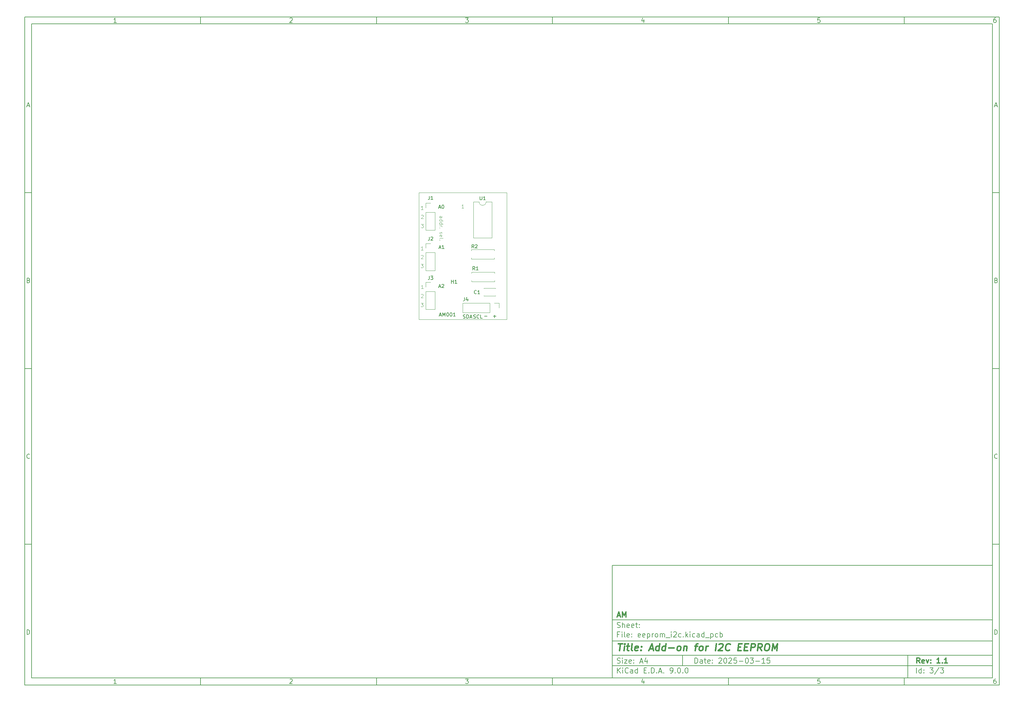
<source format=gbr>
G04 #@! TF.GenerationSoftware,KiCad,Pcbnew,9.0.0*
G04 #@! TF.CreationDate,2025-03-15T22:30:26+01:00*
G04 #@! TF.ProjectId,eeprom_i2c,65657072-6f6d-45f6-9932-632e6b696361,1.1*
G04 #@! TF.SameCoordinates,PX7459280PY5b8d800*
G04 #@! TF.FileFunction,Legend,Top*
G04 #@! TF.FilePolarity,Positive*
%FSLAX46Y46*%
G04 Gerber Fmt 4.6, Leading zero omitted, Abs format (unit mm)*
G04 Created by KiCad (PCBNEW 9.0.0) date 2025-03-15 22:30:26*
%MOMM*%
%LPD*%
G01*
G04 APERTURE LIST*
%ADD10C,0.100000*%
%ADD11C,0.150000*%
%ADD12C,0.300000*%
%ADD13C,0.400000*%
%ADD14C,0.200000*%
%ADD15C,0.125000*%
%ADD16C,0.120000*%
G04 #@! TA.AperFunction,Profile*
%ADD17C,0.050000*%
G04 #@! TD*
G04 APERTURE END LIST*
D10*
D11*
X55002200Y-70007200D02*
X163002200Y-70007200D01*
X163002200Y-102007200D01*
X55002200Y-102007200D01*
X55002200Y-70007200D01*
D10*
D11*
X-112000000Y86000000D02*
X165002200Y86000000D01*
X165002200Y-104007200D01*
X-112000000Y-104007200D01*
X-112000000Y86000000D01*
D10*
D11*
X-110000000Y84000000D02*
X163002200Y84000000D01*
X163002200Y-102007200D01*
X-110000000Y-102007200D01*
X-110000000Y84000000D01*
D10*
D11*
X-62000000Y84000000D02*
X-62000000Y86000000D01*
D10*
D11*
X-12000000Y84000000D02*
X-12000000Y86000000D01*
D10*
D11*
X38000000Y84000000D02*
X38000000Y86000000D01*
D10*
D11*
X88000000Y84000000D02*
X88000000Y86000000D01*
D10*
D11*
X138000000Y84000000D02*
X138000000Y86000000D01*
D10*
D11*
X-85910840Y84406396D02*
X-86653697Y84406396D01*
X-86282269Y84406396D02*
X-86282269Y85706396D01*
X-86282269Y85706396D02*
X-86406078Y85520681D01*
X-86406078Y85520681D02*
X-86529888Y85396872D01*
X-86529888Y85396872D02*
X-86653697Y85334967D01*
D10*
D11*
X-36653697Y85582586D02*
X-36591793Y85644491D01*
X-36591793Y85644491D02*
X-36467983Y85706396D01*
X-36467983Y85706396D02*
X-36158459Y85706396D01*
X-36158459Y85706396D02*
X-36034650Y85644491D01*
X-36034650Y85644491D02*
X-35972745Y85582586D01*
X-35972745Y85582586D02*
X-35910840Y85458777D01*
X-35910840Y85458777D02*
X-35910840Y85334967D01*
X-35910840Y85334967D02*
X-35972745Y85149253D01*
X-35972745Y85149253D02*
X-36715602Y84406396D01*
X-36715602Y84406396D02*
X-35910840Y84406396D01*
D10*
D11*
X13284398Y85706396D02*
X14089160Y85706396D01*
X14089160Y85706396D02*
X13655826Y85211158D01*
X13655826Y85211158D02*
X13841541Y85211158D01*
X13841541Y85211158D02*
X13965350Y85149253D01*
X13965350Y85149253D02*
X14027255Y85087348D01*
X14027255Y85087348D02*
X14089160Y84963539D01*
X14089160Y84963539D02*
X14089160Y84654015D01*
X14089160Y84654015D02*
X14027255Y84530205D01*
X14027255Y84530205D02*
X13965350Y84468300D01*
X13965350Y84468300D02*
X13841541Y84406396D01*
X13841541Y84406396D02*
X13470112Y84406396D01*
X13470112Y84406396D02*
X13346303Y84468300D01*
X13346303Y84468300D02*
X13284398Y84530205D01*
D10*
D11*
X63965350Y85273062D02*
X63965350Y84406396D01*
X63655826Y85768300D02*
X63346303Y84839729D01*
X63346303Y84839729D02*
X64151064Y84839729D01*
D10*
D11*
X114027255Y85706396D02*
X113408207Y85706396D01*
X113408207Y85706396D02*
X113346303Y85087348D01*
X113346303Y85087348D02*
X113408207Y85149253D01*
X113408207Y85149253D02*
X113532017Y85211158D01*
X113532017Y85211158D02*
X113841541Y85211158D01*
X113841541Y85211158D02*
X113965350Y85149253D01*
X113965350Y85149253D02*
X114027255Y85087348D01*
X114027255Y85087348D02*
X114089160Y84963539D01*
X114089160Y84963539D02*
X114089160Y84654015D01*
X114089160Y84654015D02*
X114027255Y84530205D01*
X114027255Y84530205D02*
X113965350Y84468300D01*
X113965350Y84468300D02*
X113841541Y84406396D01*
X113841541Y84406396D02*
X113532017Y84406396D01*
X113532017Y84406396D02*
X113408207Y84468300D01*
X113408207Y84468300D02*
X113346303Y84530205D01*
D10*
D11*
X163965350Y85706396D02*
X163717731Y85706396D01*
X163717731Y85706396D02*
X163593922Y85644491D01*
X163593922Y85644491D02*
X163532017Y85582586D01*
X163532017Y85582586D02*
X163408207Y85396872D01*
X163408207Y85396872D02*
X163346303Y85149253D01*
X163346303Y85149253D02*
X163346303Y84654015D01*
X163346303Y84654015D02*
X163408207Y84530205D01*
X163408207Y84530205D02*
X163470112Y84468300D01*
X163470112Y84468300D02*
X163593922Y84406396D01*
X163593922Y84406396D02*
X163841541Y84406396D01*
X163841541Y84406396D02*
X163965350Y84468300D01*
X163965350Y84468300D02*
X164027255Y84530205D01*
X164027255Y84530205D02*
X164089160Y84654015D01*
X164089160Y84654015D02*
X164089160Y84963539D01*
X164089160Y84963539D02*
X164027255Y85087348D01*
X164027255Y85087348D02*
X163965350Y85149253D01*
X163965350Y85149253D02*
X163841541Y85211158D01*
X163841541Y85211158D02*
X163593922Y85211158D01*
X163593922Y85211158D02*
X163470112Y85149253D01*
X163470112Y85149253D02*
X163408207Y85087348D01*
X163408207Y85087348D02*
X163346303Y84963539D01*
D10*
D11*
X-62000000Y-102007200D02*
X-62000000Y-104007200D01*
D10*
D11*
X-12000000Y-102007200D02*
X-12000000Y-104007200D01*
D10*
D11*
X38000000Y-102007200D02*
X38000000Y-104007200D01*
D10*
D11*
X88000000Y-102007200D02*
X88000000Y-104007200D01*
D10*
D11*
X138000000Y-102007200D02*
X138000000Y-104007200D01*
D10*
D11*
X-85910840Y-103600804D02*
X-86653697Y-103600804D01*
X-86282269Y-103600804D02*
X-86282269Y-102300804D01*
X-86282269Y-102300804D02*
X-86406078Y-102486519D01*
X-86406078Y-102486519D02*
X-86529888Y-102610328D01*
X-86529888Y-102610328D02*
X-86653697Y-102672233D01*
D10*
D11*
X-36653697Y-102424614D02*
X-36591793Y-102362709D01*
X-36591793Y-102362709D02*
X-36467983Y-102300804D01*
X-36467983Y-102300804D02*
X-36158459Y-102300804D01*
X-36158459Y-102300804D02*
X-36034650Y-102362709D01*
X-36034650Y-102362709D02*
X-35972745Y-102424614D01*
X-35972745Y-102424614D02*
X-35910840Y-102548423D01*
X-35910840Y-102548423D02*
X-35910840Y-102672233D01*
X-35910840Y-102672233D02*
X-35972745Y-102857947D01*
X-35972745Y-102857947D02*
X-36715602Y-103600804D01*
X-36715602Y-103600804D02*
X-35910840Y-103600804D01*
D10*
D11*
X13284398Y-102300804D02*
X14089160Y-102300804D01*
X14089160Y-102300804D02*
X13655826Y-102796042D01*
X13655826Y-102796042D02*
X13841541Y-102796042D01*
X13841541Y-102796042D02*
X13965350Y-102857947D01*
X13965350Y-102857947D02*
X14027255Y-102919852D01*
X14027255Y-102919852D02*
X14089160Y-103043661D01*
X14089160Y-103043661D02*
X14089160Y-103353185D01*
X14089160Y-103353185D02*
X14027255Y-103476995D01*
X14027255Y-103476995D02*
X13965350Y-103538900D01*
X13965350Y-103538900D02*
X13841541Y-103600804D01*
X13841541Y-103600804D02*
X13470112Y-103600804D01*
X13470112Y-103600804D02*
X13346303Y-103538900D01*
X13346303Y-103538900D02*
X13284398Y-103476995D01*
D10*
D11*
X63965350Y-102734138D02*
X63965350Y-103600804D01*
X63655826Y-102238900D02*
X63346303Y-103167471D01*
X63346303Y-103167471D02*
X64151064Y-103167471D01*
D10*
D11*
X114027255Y-102300804D02*
X113408207Y-102300804D01*
X113408207Y-102300804D02*
X113346303Y-102919852D01*
X113346303Y-102919852D02*
X113408207Y-102857947D01*
X113408207Y-102857947D02*
X113532017Y-102796042D01*
X113532017Y-102796042D02*
X113841541Y-102796042D01*
X113841541Y-102796042D02*
X113965350Y-102857947D01*
X113965350Y-102857947D02*
X114027255Y-102919852D01*
X114027255Y-102919852D02*
X114089160Y-103043661D01*
X114089160Y-103043661D02*
X114089160Y-103353185D01*
X114089160Y-103353185D02*
X114027255Y-103476995D01*
X114027255Y-103476995D02*
X113965350Y-103538900D01*
X113965350Y-103538900D02*
X113841541Y-103600804D01*
X113841541Y-103600804D02*
X113532017Y-103600804D01*
X113532017Y-103600804D02*
X113408207Y-103538900D01*
X113408207Y-103538900D02*
X113346303Y-103476995D01*
D10*
D11*
X163965350Y-102300804D02*
X163717731Y-102300804D01*
X163717731Y-102300804D02*
X163593922Y-102362709D01*
X163593922Y-102362709D02*
X163532017Y-102424614D01*
X163532017Y-102424614D02*
X163408207Y-102610328D01*
X163408207Y-102610328D02*
X163346303Y-102857947D01*
X163346303Y-102857947D02*
X163346303Y-103353185D01*
X163346303Y-103353185D02*
X163408207Y-103476995D01*
X163408207Y-103476995D02*
X163470112Y-103538900D01*
X163470112Y-103538900D02*
X163593922Y-103600804D01*
X163593922Y-103600804D02*
X163841541Y-103600804D01*
X163841541Y-103600804D02*
X163965350Y-103538900D01*
X163965350Y-103538900D02*
X164027255Y-103476995D01*
X164027255Y-103476995D02*
X164089160Y-103353185D01*
X164089160Y-103353185D02*
X164089160Y-103043661D01*
X164089160Y-103043661D02*
X164027255Y-102919852D01*
X164027255Y-102919852D02*
X163965350Y-102857947D01*
X163965350Y-102857947D02*
X163841541Y-102796042D01*
X163841541Y-102796042D02*
X163593922Y-102796042D01*
X163593922Y-102796042D02*
X163470112Y-102857947D01*
X163470112Y-102857947D02*
X163408207Y-102919852D01*
X163408207Y-102919852D02*
X163346303Y-103043661D01*
D10*
D11*
X-112000000Y36000000D02*
X-110000000Y36000000D01*
D10*
D11*
X-112000000Y-14000000D02*
X-110000000Y-14000000D01*
D10*
D11*
X-112000000Y-64000000D02*
X-110000000Y-64000000D01*
D10*
D11*
X-111309524Y60777824D02*
X-110690477Y60777824D01*
X-111433334Y60406396D02*
X-111000001Y61706396D01*
X-111000001Y61706396D02*
X-110566667Y60406396D01*
D10*
D11*
X-110907143Y11087348D02*
X-110721429Y11025443D01*
X-110721429Y11025443D02*
X-110659524Y10963539D01*
X-110659524Y10963539D02*
X-110597620Y10839729D01*
X-110597620Y10839729D02*
X-110597620Y10654015D01*
X-110597620Y10654015D02*
X-110659524Y10530205D01*
X-110659524Y10530205D02*
X-110721429Y10468300D01*
X-110721429Y10468300D02*
X-110845239Y10406396D01*
X-110845239Y10406396D02*
X-111340477Y10406396D01*
X-111340477Y10406396D02*
X-111340477Y11706396D01*
X-111340477Y11706396D02*
X-110907143Y11706396D01*
X-110907143Y11706396D02*
X-110783334Y11644491D01*
X-110783334Y11644491D02*
X-110721429Y11582586D01*
X-110721429Y11582586D02*
X-110659524Y11458777D01*
X-110659524Y11458777D02*
X-110659524Y11334967D01*
X-110659524Y11334967D02*
X-110721429Y11211158D01*
X-110721429Y11211158D02*
X-110783334Y11149253D01*
X-110783334Y11149253D02*
X-110907143Y11087348D01*
X-110907143Y11087348D02*
X-111340477Y11087348D01*
D10*
D11*
X-110597620Y-39469795D02*
X-110659524Y-39531700D01*
X-110659524Y-39531700D02*
X-110845239Y-39593604D01*
X-110845239Y-39593604D02*
X-110969048Y-39593604D01*
X-110969048Y-39593604D02*
X-111154762Y-39531700D01*
X-111154762Y-39531700D02*
X-111278572Y-39407890D01*
X-111278572Y-39407890D02*
X-111340477Y-39284080D01*
X-111340477Y-39284080D02*
X-111402381Y-39036461D01*
X-111402381Y-39036461D02*
X-111402381Y-38850747D01*
X-111402381Y-38850747D02*
X-111340477Y-38603128D01*
X-111340477Y-38603128D02*
X-111278572Y-38479319D01*
X-111278572Y-38479319D02*
X-111154762Y-38355509D01*
X-111154762Y-38355509D02*
X-110969048Y-38293604D01*
X-110969048Y-38293604D02*
X-110845239Y-38293604D01*
X-110845239Y-38293604D02*
X-110659524Y-38355509D01*
X-110659524Y-38355509D02*
X-110597620Y-38417414D01*
D10*
D11*
X-111340477Y-89593604D02*
X-111340477Y-88293604D01*
X-111340477Y-88293604D02*
X-111030953Y-88293604D01*
X-111030953Y-88293604D02*
X-110845239Y-88355509D01*
X-110845239Y-88355509D02*
X-110721429Y-88479319D01*
X-110721429Y-88479319D02*
X-110659524Y-88603128D01*
X-110659524Y-88603128D02*
X-110597620Y-88850747D01*
X-110597620Y-88850747D02*
X-110597620Y-89036461D01*
X-110597620Y-89036461D02*
X-110659524Y-89284080D01*
X-110659524Y-89284080D02*
X-110721429Y-89407890D01*
X-110721429Y-89407890D02*
X-110845239Y-89531700D01*
X-110845239Y-89531700D02*
X-111030953Y-89593604D01*
X-111030953Y-89593604D02*
X-111340477Y-89593604D01*
D10*
D11*
X165002200Y36000000D02*
X163002200Y36000000D01*
D10*
D11*
X165002200Y-14000000D02*
X163002200Y-14000000D01*
D10*
D11*
X165002200Y-64000000D02*
X163002200Y-64000000D01*
D10*
D11*
X163692676Y60777824D02*
X164311723Y60777824D01*
X163568866Y60406396D02*
X164002199Y61706396D01*
X164002199Y61706396D02*
X164435533Y60406396D01*
D10*
D11*
X164095057Y11087348D02*
X164280771Y11025443D01*
X164280771Y11025443D02*
X164342676Y10963539D01*
X164342676Y10963539D02*
X164404580Y10839729D01*
X164404580Y10839729D02*
X164404580Y10654015D01*
X164404580Y10654015D02*
X164342676Y10530205D01*
X164342676Y10530205D02*
X164280771Y10468300D01*
X164280771Y10468300D02*
X164156961Y10406396D01*
X164156961Y10406396D02*
X163661723Y10406396D01*
X163661723Y10406396D02*
X163661723Y11706396D01*
X163661723Y11706396D02*
X164095057Y11706396D01*
X164095057Y11706396D02*
X164218866Y11644491D01*
X164218866Y11644491D02*
X164280771Y11582586D01*
X164280771Y11582586D02*
X164342676Y11458777D01*
X164342676Y11458777D02*
X164342676Y11334967D01*
X164342676Y11334967D02*
X164280771Y11211158D01*
X164280771Y11211158D02*
X164218866Y11149253D01*
X164218866Y11149253D02*
X164095057Y11087348D01*
X164095057Y11087348D02*
X163661723Y11087348D01*
D10*
D11*
X164404580Y-39469795D02*
X164342676Y-39531700D01*
X164342676Y-39531700D02*
X164156961Y-39593604D01*
X164156961Y-39593604D02*
X164033152Y-39593604D01*
X164033152Y-39593604D02*
X163847438Y-39531700D01*
X163847438Y-39531700D02*
X163723628Y-39407890D01*
X163723628Y-39407890D02*
X163661723Y-39284080D01*
X163661723Y-39284080D02*
X163599819Y-39036461D01*
X163599819Y-39036461D02*
X163599819Y-38850747D01*
X163599819Y-38850747D02*
X163661723Y-38603128D01*
X163661723Y-38603128D02*
X163723628Y-38479319D01*
X163723628Y-38479319D02*
X163847438Y-38355509D01*
X163847438Y-38355509D02*
X164033152Y-38293604D01*
X164033152Y-38293604D02*
X164156961Y-38293604D01*
X164156961Y-38293604D02*
X164342676Y-38355509D01*
X164342676Y-38355509D02*
X164404580Y-38417414D01*
D10*
D11*
X163661723Y-89593604D02*
X163661723Y-88293604D01*
X163661723Y-88293604D02*
X163971247Y-88293604D01*
X163971247Y-88293604D02*
X164156961Y-88355509D01*
X164156961Y-88355509D02*
X164280771Y-88479319D01*
X164280771Y-88479319D02*
X164342676Y-88603128D01*
X164342676Y-88603128D02*
X164404580Y-88850747D01*
X164404580Y-88850747D02*
X164404580Y-89036461D01*
X164404580Y-89036461D02*
X164342676Y-89284080D01*
X164342676Y-89284080D02*
X164280771Y-89407890D01*
X164280771Y-89407890D02*
X164156961Y-89531700D01*
X164156961Y-89531700D02*
X163971247Y-89593604D01*
X163971247Y-89593604D02*
X163661723Y-89593604D01*
D10*
D11*
X78458026Y-97793328D02*
X78458026Y-96293328D01*
X78458026Y-96293328D02*
X78815169Y-96293328D01*
X78815169Y-96293328D02*
X79029455Y-96364757D01*
X79029455Y-96364757D02*
X79172312Y-96507614D01*
X79172312Y-96507614D02*
X79243741Y-96650471D01*
X79243741Y-96650471D02*
X79315169Y-96936185D01*
X79315169Y-96936185D02*
X79315169Y-97150471D01*
X79315169Y-97150471D02*
X79243741Y-97436185D01*
X79243741Y-97436185D02*
X79172312Y-97579042D01*
X79172312Y-97579042D02*
X79029455Y-97721900D01*
X79029455Y-97721900D02*
X78815169Y-97793328D01*
X78815169Y-97793328D02*
X78458026Y-97793328D01*
X80600884Y-97793328D02*
X80600884Y-97007614D01*
X80600884Y-97007614D02*
X80529455Y-96864757D01*
X80529455Y-96864757D02*
X80386598Y-96793328D01*
X80386598Y-96793328D02*
X80100884Y-96793328D01*
X80100884Y-96793328D02*
X79958026Y-96864757D01*
X80600884Y-97721900D02*
X80458026Y-97793328D01*
X80458026Y-97793328D02*
X80100884Y-97793328D01*
X80100884Y-97793328D02*
X79958026Y-97721900D01*
X79958026Y-97721900D02*
X79886598Y-97579042D01*
X79886598Y-97579042D02*
X79886598Y-97436185D01*
X79886598Y-97436185D02*
X79958026Y-97293328D01*
X79958026Y-97293328D02*
X80100884Y-97221900D01*
X80100884Y-97221900D02*
X80458026Y-97221900D01*
X80458026Y-97221900D02*
X80600884Y-97150471D01*
X81100884Y-96793328D02*
X81672312Y-96793328D01*
X81315169Y-96293328D02*
X81315169Y-97579042D01*
X81315169Y-97579042D02*
X81386598Y-97721900D01*
X81386598Y-97721900D02*
X81529455Y-97793328D01*
X81529455Y-97793328D02*
X81672312Y-97793328D01*
X82743741Y-97721900D02*
X82600884Y-97793328D01*
X82600884Y-97793328D02*
X82315170Y-97793328D01*
X82315170Y-97793328D02*
X82172312Y-97721900D01*
X82172312Y-97721900D02*
X82100884Y-97579042D01*
X82100884Y-97579042D02*
X82100884Y-97007614D01*
X82100884Y-97007614D02*
X82172312Y-96864757D01*
X82172312Y-96864757D02*
X82315170Y-96793328D01*
X82315170Y-96793328D02*
X82600884Y-96793328D01*
X82600884Y-96793328D02*
X82743741Y-96864757D01*
X82743741Y-96864757D02*
X82815170Y-97007614D01*
X82815170Y-97007614D02*
X82815170Y-97150471D01*
X82815170Y-97150471D02*
X82100884Y-97293328D01*
X83458026Y-97650471D02*
X83529455Y-97721900D01*
X83529455Y-97721900D02*
X83458026Y-97793328D01*
X83458026Y-97793328D02*
X83386598Y-97721900D01*
X83386598Y-97721900D02*
X83458026Y-97650471D01*
X83458026Y-97650471D02*
X83458026Y-97793328D01*
X83458026Y-96864757D02*
X83529455Y-96936185D01*
X83529455Y-96936185D02*
X83458026Y-97007614D01*
X83458026Y-97007614D02*
X83386598Y-96936185D01*
X83386598Y-96936185D02*
X83458026Y-96864757D01*
X83458026Y-96864757D02*
X83458026Y-97007614D01*
X85243741Y-96436185D02*
X85315169Y-96364757D01*
X85315169Y-96364757D02*
X85458027Y-96293328D01*
X85458027Y-96293328D02*
X85815169Y-96293328D01*
X85815169Y-96293328D02*
X85958027Y-96364757D01*
X85958027Y-96364757D02*
X86029455Y-96436185D01*
X86029455Y-96436185D02*
X86100884Y-96579042D01*
X86100884Y-96579042D02*
X86100884Y-96721900D01*
X86100884Y-96721900D02*
X86029455Y-96936185D01*
X86029455Y-96936185D02*
X85172312Y-97793328D01*
X85172312Y-97793328D02*
X86100884Y-97793328D01*
X87029455Y-96293328D02*
X87172312Y-96293328D01*
X87172312Y-96293328D02*
X87315169Y-96364757D01*
X87315169Y-96364757D02*
X87386598Y-96436185D01*
X87386598Y-96436185D02*
X87458026Y-96579042D01*
X87458026Y-96579042D02*
X87529455Y-96864757D01*
X87529455Y-96864757D02*
X87529455Y-97221900D01*
X87529455Y-97221900D02*
X87458026Y-97507614D01*
X87458026Y-97507614D02*
X87386598Y-97650471D01*
X87386598Y-97650471D02*
X87315169Y-97721900D01*
X87315169Y-97721900D02*
X87172312Y-97793328D01*
X87172312Y-97793328D02*
X87029455Y-97793328D01*
X87029455Y-97793328D02*
X86886598Y-97721900D01*
X86886598Y-97721900D02*
X86815169Y-97650471D01*
X86815169Y-97650471D02*
X86743740Y-97507614D01*
X86743740Y-97507614D02*
X86672312Y-97221900D01*
X86672312Y-97221900D02*
X86672312Y-96864757D01*
X86672312Y-96864757D02*
X86743740Y-96579042D01*
X86743740Y-96579042D02*
X86815169Y-96436185D01*
X86815169Y-96436185D02*
X86886598Y-96364757D01*
X86886598Y-96364757D02*
X87029455Y-96293328D01*
X88100883Y-96436185D02*
X88172311Y-96364757D01*
X88172311Y-96364757D02*
X88315169Y-96293328D01*
X88315169Y-96293328D02*
X88672311Y-96293328D01*
X88672311Y-96293328D02*
X88815169Y-96364757D01*
X88815169Y-96364757D02*
X88886597Y-96436185D01*
X88886597Y-96436185D02*
X88958026Y-96579042D01*
X88958026Y-96579042D02*
X88958026Y-96721900D01*
X88958026Y-96721900D02*
X88886597Y-96936185D01*
X88886597Y-96936185D02*
X88029454Y-97793328D01*
X88029454Y-97793328D02*
X88958026Y-97793328D01*
X90315168Y-96293328D02*
X89600882Y-96293328D01*
X89600882Y-96293328D02*
X89529454Y-97007614D01*
X89529454Y-97007614D02*
X89600882Y-96936185D01*
X89600882Y-96936185D02*
X89743740Y-96864757D01*
X89743740Y-96864757D02*
X90100882Y-96864757D01*
X90100882Y-96864757D02*
X90243740Y-96936185D01*
X90243740Y-96936185D02*
X90315168Y-97007614D01*
X90315168Y-97007614D02*
X90386597Y-97150471D01*
X90386597Y-97150471D02*
X90386597Y-97507614D01*
X90386597Y-97507614D02*
X90315168Y-97650471D01*
X90315168Y-97650471D02*
X90243740Y-97721900D01*
X90243740Y-97721900D02*
X90100882Y-97793328D01*
X90100882Y-97793328D02*
X89743740Y-97793328D01*
X89743740Y-97793328D02*
X89600882Y-97721900D01*
X89600882Y-97721900D02*
X89529454Y-97650471D01*
X91029453Y-97221900D02*
X92172311Y-97221900D01*
X93172311Y-96293328D02*
X93315168Y-96293328D01*
X93315168Y-96293328D02*
X93458025Y-96364757D01*
X93458025Y-96364757D02*
X93529454Y-96436185D01*
X93529454Y-96436185D02*
X93600882Y-96579042D01*
X93600882Y-96579042D02*
X93672311Y-96864757D01*
X93672311Y-96864757D02*
X93672311Y-97221900D01*
X93672311Y-97221900D02*
X93600882Y-97507614D01*
X93600882Y-97507614D02*
X93529454Y-97650471D01*
X93529454Y-97650471D02*
X93458025Y-97721900D01*
X93458025Y-97721900D02*
X93315168Y-97793328D01*
X93315168Y-97793328D02*
X93172311Y-97793328D01*
X93172311Y-97793328D02*
X93029454Y-97721900D01*
X93029454Y-97721900D02*
X92958025Y-97650471D01*
X92958025Y-97650471D02*
X92886596Y-97507614D01*
X92886596Y-97507614D02*
X92815168Y-97221900D01*
X92815168Y-97221900D02*
X92815168Y-96864757D01*
X92815168Y-96864757D02*
X92886596Y-96579042D01*
X92886596Y-96579042D02*
X92958025Y-96436185D01*
X92958025Y-96436185D02*
X93029454Y-96364757D01*
X93029454Y-96364757D02*
X93172311Y-96293328D01*
X94172310Y-96293328D02*
X95100882Y-96293328D01*
X95100882Y-96293328D02*
X94600882Y-96864757D01*
X94600882Y-96864757D02*
X94815167Y-96864757D01*
X94815167Y-96864757D02*
X94958025Y-96936185D01*
X94958025Y-96936185D02*
X95029453Y-97007614D01*
X95029453Y-97007614D02*
X95100882Y-97150471D01*
X95100882Y-97150471D02*
X95100882Y-97507614D01*
X95100882Y-97507614D02*
X95029453Y-97650471D01*
X95029453Y-97650471D02*
X94958025Y-97721900D01*
X94958025Y-97721900D02*
X94815167Y-97793328D01*
X94815167Y-97793328D02*
X94386596Y-97793328D01*
X94386596Y-97793328D02*
X94243739Y-97721900D01*
X94243739Y-97721900D02*
X94172310Y-97650471D01*
X95743738Y-97221900D02*
X96886596Y-97221900D01*
X98386596Y-97793328D02*
X97529453Y-97793328D01*
X97958024Y-97793328D02*
X97958024Y-96293328D01*
X97958024Y-96293328D02*
X97815167Y-96507614D01*
X97815167Y-96507614D02*
X97672310Y-96650471D01*
X97672310Y-96650471D02*
X97529453Y-96721900D01*
X99743738Y-96293328D02*
X99029452Y-96293328D01*
X99029452Y-96293328D02*
X98958024Y-97007614D01*
X98958024Y-97007614D02*
X99029452Y-96936185D01*
X99029452Y-96936185D02*
X99172310Y-96864757D01*
X99172310Y-96864757D02*
X99529452Y-96864757D01*
X99529452Y-96864757D02*
X99672310Y-96936185D01*
X99672310Y-96936185D02*
X99743738Y-97007614D01*
X99743738Y-97007614D02*
X99815167Y-97150471D01*
X99815167Y-97150471D02*
X99815167Y-97507614D01*
X99815167Y-97507614D02*
X99743738Y-97650471D01*
X99743738Y-97650471D02*
X99672310Y-97721900D01*
X99672310Y-97721900D02*
X99529452Y-97793328D01*
X99529452Y-97793328D02*
X99172310Y-97793328D01*
X99172310Y-97793328D02*
X99029452Y-97721900D01*
X99029452Y-97721900D02*
X98958024Y-97650471D01*
D10*
D11*
X55002200Y-98507200D02*
X163002200Y-98507200D01*
D10*
D11*
X56458026Y-100593328D02*
X56458026Y-99093328D01*
X57315169Y-100593328D02*
X56672312Y-99736185D01*
X57315169Y-99093328D02*
X56458026Y-99950471D01*
X57958026Y-100593328D02*
X57958026Y-99593328D01*
X57958026Y-99093328D02*
X57886598Y-99164757D01*
X57886598Y-99164757D02*
X57958026Y-99236185D01*
X57958026Y-99236185D02*
X58029455Y-99164757D01*
X58029455Y-99164757D02*
X57958026Y-99093328D01*
X57958026Y-99093328D02*
X57958026Y-99236185D01*
X59529455Y-100450471D02*
X59458027Y-100521900D01*
X59458027Y-100521900D02*
X59243741Y-100593328D01*
X59243741Y-100593328D02*
X59100884Y-100593328D01*
X59100884Y-100593328D02*
X58886598Y-100521900D01*
X58886598Y-100521900D02*
X58743741Y-100379042D01*
X58743741Y-100379042D02*
X58672312Y-100236185D01*
X58672312Y-100236185D02*
X58600884Y-99950471D01*
X58600884Y-99950471D02*
X58600884Y-99736185D01*
X58600884Y-99736185D02*
X58672312Y-99450471D01*
X58672312Y-99450471D02*
X58743741Y-99307614D01*
X58743741Y-99307614D02*
X58886598Y-99164757D01*
X58886598Y-99164757D02*
X59100884Y-99093328D01*
X59100884Y-99093328D02*
X59243741Y-99093328D01*
X59243741Y-99093328D02*
X59458027Y-99164757D01*
X59458027Y-99164757D02*
X59529455Y-99236185D01*
X60815170Y-100593328D02*
X60815170Y-99807614D01*
X60815170Y-99807614D02*
X60743741Y-99664757D01*
X60743741Y-99664757D02*
X60600884Y-99593328D01*
X60600884Y-99593328D02*
X60315170Y-99593328D01*
X60315170Y-99593328D02*
X60172312Y-99664757D01*
X60815170Y-100521900D02*
X60672312Y-100593328D01*
X60672312Y-100593328D02*
X60315170Y-100593328D01*
X60315170Y-100593328D02*
X60172312Y-100521900D01*
X60172312Y-100521900D02*
X60100884Y-100379042D01*
X60100884Y-100379042D02*
X60100884Y-100236185D01*
X60100884Y-100236185D02*
X60172312Y-100093328D01*
X60172312Y-100093328D02*
X60315170Y-100021900D01*
X60315170Y-100021900D02*
X60672312Y-100021900D01*
X60672312Y-100021900D02*
X60815170Y-99950471D01*
X62172313Y-100593328D02*
X62172313Y-99093328D01*
X62172313Y-100521900D02*
X62029455Y-100593328D01*
X62029455Y-100593328D02*
X61743741Y-100593328D01*
X61743741Y-100593328D02*
X61600884Y-100521900D01*
X61600884Y-100521900D02*
X61529455Y-100450471D01*
X61529455Y-100450471D02*
X61458027Y-100307614D01*
X61458027Y-100307614D02*
X61458027Y-99879042D01*
X61458027Y-99879042D02*
X61529455Y-99736185D01*
X61529455Y-99736185D02*
X61600884Y-99664757D01*
X61600884Y-99664757D02*
X61743741Y-99593328D01*
X61743741Y-99593328D02*
X62029455Y-99593328D01*
X62029455Y-99593328D02*
X62172313Y-99664757D01*
X64029455Y-99807614D02*
X64529455Y-99807614D01*
X64743741Y-100593328D02*
X64029455Y-100593328D01*
X64029455Y-100593328D02*
X64029455Y-99093328D01*
X64029455Y-99093328D02*
X64743741Y-99093328D01*
X65386598Y-100450471D02*
X65458027Y-100521900D01*
X65458027Y-100521900D02*
X65386598Y-100593328D01*
X65386598Y-100593328D02*
X65315170Y-100521900D01*
X65315170Y-100521900D02*
X65386598Y-100450471D01*
X65386598Y-100450471D02*
X65386598Y-100593328D01*
X66100884Y-100593328D02*
X66100884Y-99093328D01*
X66100884Y-99093328D02*
X66458027Y-99093328D01*
X66458027Y-99093328D02*
X66672313Y-99164757D01*
X66672313Y-99164757D02*
X66815170Y-99307614D01*
X66815170Y-99307614D02*
X66886599Y-99450471D01*
X66886599Y-99450471D02*
X66958027Y-99736185D01*
X66958027Y-99736185D02*
X66958027Y-99950471D01*
X66958027Y-99950471D02*
X66886599Y-100236185D01*
X66886599Y-100236185D02*
X66815170Y-100379042D01*
X66815170Y-100379042D02*
X66672313Y-100521900D01*
X66672313Y-100521900D02*
X66458027Y-100593328D01*
X66458027Y-100593328D02*
X66100884Y-100593328D01*
X67600884Y-100450471D02*
X67672313Y-100521900D01*
X67672313Y-100521900D02*
X67600884Y-100593328D01*
X67600884Y-100593328D02*
X67529456Y-100521900D01*
X67529456Y-100521900D02*
X67600884Y-100450471D01*
X67600884Y-100450471D02*
X67600884Y-100593328D01*
X68243742Y-100164757D02*
X68958028Y-100164757D01*
X68100885Y-100593328D02*
X68600885Y-99093328D01*
X68600885Y-99093328D02*
X69100885Y-100593328D01*
X69600884Y-100450471D02*
X69672313Y-100521900D01*
X69672313Y-100521900D02*
X69600884Y-100593328D01*
X69600884Y-100593328D02*
X69529456Y-100521900D01*
X69529456Y-100521900D02*
X69600884Y-100450471D01*
X69600884Y-100450471D02*
X69600884Y-100593328D01*
X71529456Y-100593328D02*
X71815170Y-100593328D01*
X71815170Y-100593328D02*
X71958027Y-100521900D01*
X71958027Y-100521900D02*
X72029456Y-100450471D01*
X72029456Y-100450471D02*
X72172313Y-100236185D01*
X72172313Y-100236185D02*
X72243742Y-99950471D01*
X72243742Y-99950471D02*
X72243742Y-99379042D01*
X72243742Y-99379042D02*
X72172313Y-99236185D01*
X72172313Y-99236185D02*
X72100885Y-99164757D01*
X72100885Y-99164757D02*
X71958027Y-99093328D01*
X71958027Y-99093328D02*
X71672313Y-99093328D01*
X71672313Y-99093328D02*
X71529456Y-99164757D01*
X71529456Y-99164757D02*
X71458027Y-99236185D01*
X71458027Y-99236185D02*
X71386599Y-99379042D01*
X71386599Y-99379042D02*
X71386599Y-99736185D01*
X71386599Y-99736185D02*
X71458027Y-99879042D01*
X71458027Y-99879042D02*
X71529456Y-99950471D01*
X71529456Y-99950471D02*
X71672313Y-100021900D01*
X71672313Y-100021900D02*
X71958027Y-100021900D01*
X71958027Y-100021900D02*
X72100885Y-99950471D01*
X72100885Y-99950471D02*
X72172313Y-99879042D01*
X72172313Y-99879042D02*
X72243742Y-99736185D01*
X72886598Y-100450471D02*
X72958027Y-100521900D01*
X72958027Y-100521900D02*
X72886598Y-100593328D01*
X72886598Y-100593328D02*
X72815170Y-100521900D01*
X72815170Y-100521900D02*
X72886598Y-100450471D01*
X72886598Y-100450471D02*
X72886598Y-100593328D01*
X73886599Y-99093328D02*
X74029456Y-99093328D01*
X74029456Y-99093328D02*
X74172313Y-99164757D01*
X74172313Y-99164757D02*
X74243742Y-99236185D01*
X74243742Y-99236185D02*
X74315170Y-99379042D01*
X74315170Y-99379042D02*
X74386599Y-99664757D01*
X74386599Y-99664757D02*
X74386599Y-100021900D01*
X74386599Y-100021900D02*
X74315170Y-100307614D01*
X74315170Y-100307614D02*
X74243742Y-100450471D01*
X74243742Y-100450471D02*
X74172313Y-100521900D01*
X74172313Y-100521900D02*
X74029456Y-100593328D01*
X74029456Y-100593328D02*
X73886599Y-100593328D01*
X73886599Y-100593328D02*
X73743742Y-100521900D01*
X73743742Y-100521900D02*
X73672313Y-100450471D01*
X73672313Y-100450471D02*
X73600884Y-100307614D01*
X73600884Y-100307614D02*
X73529456Y-100021900D01*
X73529456Y-100021900D02*
X73529456Y-99664757D01*
X73529456Y-99664757D02*
X73600884Y-99379042D01*
X73600884Y-99379042D02*
X73672313Y-99236185D01*
X73672313Y-99236185D02*
X73743742Y-99164757D01*
X73743742Y-99164757D02*
X73886599Y-99093328D01*
X75029455Y-100450471D02*
X75100884Y-100521900D01*
X75100884Y-100521900D02*
X75029455Y-100593328D01*
X75029455Y-100593328D02*
X74958027Y-100521900D01*
X74958027Y-100521900D02*
X75029455Y-100450471D01*
X75029455Y-100450471D02*
X75029455Y-100593328D01*
X76029456Y-99093328D02*
X76172313Y-99093328D01*
X76172313Y-99093328D02*
X76315170Y-99164757D01*
X76315170Y-99164757D02*
X76386599Y-99236185D01*
X76386599Y-99236185D02*
X76458027Y-99379042D01*
X76458027Y-99379042D02*
X76529456Y-99664757D01*
X76529456Y-99664757D02*
X76529456Y-100021900D01*
X76529456Y-100021900D02*
X76458027Y-100307614D01*
X76458027Y-100307614D02*
X76386599Y-100450471D01*
X76386599Y-100450471D02*
X76315170Y-100521900D01*
X76315170Y-100521900D02*
X76172313Y-100593328D01*
X76172313Y-100593328D02*
X76029456Y-100593328D01*
X76029456Y-100593328D02*
X75886599Y-100521900D01*
X75886599Y-100521900D02*
X75815170Y-100450471D01*
X75815170Y-100450471D02*
X75743741Y-100307614D01*
X75743741Y-100307614D02*
X75672313Y-100021900D01*
X75672313Y-100021900D02*
X75672313Y-99664757D01*
X75672313Y-99664757D02*
X75743741Y-99379042D01*
X75743741Y-99379042D02*
X75815170Y-99236185D01*
X75815170Y-99236185D02*
X75886599Y-99164757D01*
X75886599Y-99164757D02*
X76029456Y-99093328D01*
D10*
D11*
X55002200Y-95507200D02*
X163002200Y-95507200D01*
D10*
D12*
X142413853Y-97785528D02*
X141913853Y-97071242D01*
X141556710Y-97785528D02*
X141556710Y-96285528D01*
X141556710Y-96285528D02*
X142128139Y-96285528D01*
X142128139Y-96285528D02*
X142270996Y-96356957D01*
X142270996Y-96356957D02*
X142342425Y-96428385D01*
X142342425Y-96428385D02*
X142413853Y-96571242D01*
X142413853Y-96571242D02*
X142413853Y-96785528D01*
X142413853Y-96785528D02*
X142342425Y-96928385D01*
X142342425Y-96928385D02*
X142270996Y-96999814D01*
X142270996Y-96999814D02*
X142128139Y-97071242D01*
X142128139Y-97071242D02*
X141556710Y-97071242D01*
X143628139Y-97714100D02*
X143485282Y-97785528D01*
X143485282Y-97785528D02*
X143199568Y-97785528D01*
X143199568Y-97785528D02*
X143056710Y-97714100D01*
X143056710Y-97714100D02*
X142985282Y-97571242D01*
X142985282Y-97571242D02*
X142985282Y-96999814D01*
X142985282Y-96999814D02*
X143056710Y-96856957D01*
X143056710Y-96856957D02*
X143199568Y-96785528D01*
X143199568Y-96785528D02*
X143485282Y-96785528D01*
X143485282Y-96785528D02*
X143628139Y-96856957D01*
X143628139Y-96856957D02*
X143699568Y-96999814D01*
X143699568Y-96999814D02*
X143699568Y-97142671D01*
X143699568Y-97142671D02*
X142985282Y-97285528D01*
X144199567Y-96785528D02*
X144556710Y-97785528D01*
X144556710Y-97785528D02*
X144913853Y-96785528D01*
X145485281Y-97642671D02*
X145556710Y-97714100D01*
X145556710Y-97714100D02*
X145485281Y-97785528D01*
X145485281Y-97785528D02*
X145413853Y-97714100D01*
X145413853Y-97714100D02*
X145485281Y-97642671D01*
X145485281Y-97642671D02*
X145485281Y-97785528D01*
X145485281Y-96856957D02*
X145556710Y-96928385D01*
X145556710Y-96928385D02*
X145485281Y-96999814D01*
X145485281Y-96999814D02*
X145413853Y-96928385D01*
X145413853Y-96928385D02*
X145485281Y-96856957D01*
X145485281Y-96856957D02*
X145485281Y-96999814D01*
X148128139Y-97785528D02*
X147270996Y-97785528D01*
X147699567Y-97785528D02*
X147699567Y-96285528D01*
X147699567Y-96285528D02*
X147556710Y-96499814D01*
X147556710Y-96499814D02*
X147413853Y-96642671D01*
X147413853Y-96642671D02*
X147270996Y-96714100D01*
X148770995Y-97642671D02*
X148842424Y-97714100D01*
X148842424Y-97714100D02*
X148770995Y-97785528D01*
X148770995Y-97785528D02*
X148699567Y-97714100D01*
X148699567Y-97714100D02*
X148770995Y-97642671D01*
X148770995Y-97642671D02*
X148770995Y-97785528D01*
X150270996Y-97785528D02*
X149413853Y-97785528D01*
X149842424Y-97785528D02*
X149842424Y-96285528D01*
X149842424Y-96285528D02*
X149699567Y-96499814D01*
X149699567Y-96499814D02*
X149556710Y-96642671D01*
X149556710Y-96642671D02*
X149413853Y-96714100D01*
D10*
D11*
X56386598Y-97721900D02*
X56600884Y-97793328D01*
X56600884Y-97793328D02*
X56958026Y-97793328D01*
X56958026Y-97793328D02*
X57100884Y-97721900D01*
X57100884Y-97721900D02*
X57172312Y-97650471D01*
X57172312Y-97650471D02*
X57243741Y-97507614D01*
X57243741Y-97507614D02*
X57243741Y-97364757D01*
X57243741Y-97364757D02*
X57172312Y-97221900D01*
X57172312Y-97221900D02*
X57100884Y-97150471D01*
X57100884Y-97150471D02*
X56958026Y-97079042D01*
X56958026Y-97079042D02*
X56672312Y-97007614D01*
X56672312Y-97007614D02*
X56529455Y-96936185D01*
X56529455Y-96936185D02*
X56458026Y-96864757D01*
X56458026Y-96864757D02*
X56386598Y-96721900D01*
X56386598Y-96721900D02*
X56386598Y-96579042D01*
X56386598Y-96579042D02*
X56458026Y-96436185D01*
X56458026Y-96436185D02*
X56529455Y-96364757D01*
X56529455Y-96364757D02*
X56672312Y-96293328D01*
X56672312Y-96293328D02*
X57029455Y-96293328D01*
X57029455Y-96293328D02*
X57243741Y-96364757D01*
X57886597Y-97793328D02*
X57886597Y-96793328D01*
X57886597Y-96293328D02*
X57815169Y-96364757D01*
X57815169Y-96364757D02*
X57886597Y-96436185D01*
X57886597Y-96436185D02*
X57958026Y-96364757D01*
X57958026Y-96364757D02*
X57886597Y-96293328D01*
X57886597Y-96293328D02*
X57886597Y-96436185D01*
X58458026Y-96793328D02*
X59243741Y-96793328D01*
X59243741Y-96793328D02*
X58458026Y-97793328D01*
X58458026Y-97793328D02*
X59243741Y-97793328D01*
X60386598Y-97721900D02*
X60243741Y-97793328D01*
X60243741Y-97793328D02*
X59958027Y-97793328D01*
X59958027Y-97793328D02*
X59815169Y-97721900D01*
X59815169Y-97721900D02*
X59743741Y-97579042D01*
X59743741Y-97579042D02*
X59743741Y-97007614D01*
X59743741Y-97007614D02*
X59815169Y-96864757D01*
X59815169Y-96864757D02*
X59958027Y-96793328D01*
X59958027Y-96793328D02*
X60243741Y-96793328D01*
X60243741Y-96793328D02*
X60386598Y-96864757D01*
X60386598Y-96864757D02*
X60458027Y-97007614D01*
X60458027Y-97007614D02*
X60458027Y-97150471D01*
X60458027Y-97150471D02*
X59743741Y-97293328D01*
X61100883Y-97650471D02*
X61172312Y-97721900D01*
X61172312Y-97721900D02*
X61100883Y-97793328D01*
X61100883Y-97793328D02*
X61029455Y-97721900D01*
X61029455Y-97721900D02*
X61100883Y-97650471D01*
X61100883Y-97650471D02*
X61100883Y-97793328D01*
X61100883Y-96864757D02*
X61172312Y-96936185D01*
X61172312Y-96936185D02*
X61100883Y-97007614D01*
X61100883Y-97007614D02*
X61029455Y-96936185D01*
X61029455Y-96936185D02*
X61100883Y-96864757D01*
X61100883Y-96864757D02*
X61100883Y-97007614D01*
X62886598Y-97364757D02*
X63600884Y-97364757D01*
X62743741Y-97793328D02*
X63243741Y-96293328D01*
X63243741Y-96293328D02*
X63743741Y-97793328D01*
X64886598Y-96793328D02*
X64886598Y-97793328D01*
X64529455Y-96221900D02*
X64172312Y-97293328D01*
X64172312Y-97293328D02*
X65100883Y-97293328D01*
D10*
D11*
X141458026Y-100593328D02*
X141458026Y-99093328D01*
X142815170Y-100593328D02*
X142815170Y-99093328D01*
X142815170Y-100521900D02*
X142672312Y-100593328D01*
X142672312Y-100593328D02*
X142386598Y-100593328D01*
X142386598Y-100593328D02*
X142243741Y-100521900D01*
X142243741Y-100521900D02*
X142172312Y-100450471D01*
X142172312Y-100450471D02*
X142100884Y-100307614D01*
X142100884Y-100307614D02*
X142100884Y-99879042D01*
X142100884Y-99879042D02*
X142172312Y-99736185D01*
X142172312Y-99736185D02*
X142243741Y-99664757D01*
X142243741Y-99664757D02*
X142386598Y-99593328D01*
X142386598Y-99593328D02*
X142672312Y-99593328D01*
X142672312Y-99593328D02*
X142815170Y-99664757D01*
X143529455Y-100450471D02*
X143600884Y-100521900D01*
X143600884Y-100521900D02*
X143529455Y-100593328D01*
X143529455Y-100593328D02*
X143458027Y-100521900D01*
X143458027Y-100521900D02*
X143529455Y-100450471D01*
X143529455Y-100450471D02*
X143529455Y-100593328D01*
X143529455Y-99664757D02*
X143600884Y-99736185D01*
X143600884Y-99736185D02*
X143529455Y-99807614D01*
X143529455Y-99807614D02*
X143458027Y-99736185D01*
X143458027Y-99736185D02*
X143529455Y-99664757D01*
X143529455Y-99664757D02*
X143529455Y-99807614D01*
X145243741Y-99093328D02*
X146172313Y-99093328D01*
X146172313Y-99093328D02*
X145672313Y-99664757D01*
X145672313Y-99664757D02*
X145886598Y-99664757D01*
X145886598Y-99664757D02*
X146029456Y-99736185D01*
X146029456Y-99736185D02*
X146100884Y-99807614D01*
X146100884Y-99807614D02*
X146172313Y-99950471D01*
X146172313Y-99950471D02*
X146172313Y-100307614D01*
X146172313Y-100307614D02*
X146100884Y-100450471D01*
X146100884Y-100450471D02*
X146029456Y-100521900D01*
X146029456Y-100521900D02*
X145886598Y-100593328D01*
X145886598Y-100593328D02*
X145458027Y-100593328D01*
X145458027Y-100593328D02*
X145315170Y-100521900D01*
X145315170Y-100521900D02*
X145243741Y-100450471D01*
X147886598Y-99021900D02*
X146600884Y-100950471D01*
X148243741Y-99093328D02*
X149172313Y-99093328D01*
X149172313Y-99093328D02*
X148672313Y-99664757D01*
X148672313Y-99664757D02*
X148886598Y-99664757D01*
X148886598Y-99664757D02*
X149029456Y-99736185D01*
X149029456Y-99736185D02*
X149100884Y-99807614D01*
X149100884Y-99807614D02*
X149172313Y-99950471D01*
X149172313Y-99950471D02*
X149172313Y-100307614D01*
X149172313Y-100307614D02*
X149100884Y-100450471D01*
X149100884Y-100450471D02*
X149029456Y-100521900D01*
X149029456Y-100521900D02*
X148886598Y-100593328D01*
X148886598Y-100593328D02*
X148458027Y-100593328D01*
X148458027Y-100593328D02*
X148315170Y-100521900D01*
X148315170Y-100521900D02*
X148243741Y-100450471D01*
D10*
D11*
X55002200Y-91507200D02*
X163002200Y-91507200D01*
D10*
D13*
X56693928Y-92211638D02*
X57836785Y-92211638D01*
X57015357Y-94211638D02*
X57265357Y-92211638D01*
X58253452Y-94211638D02*
X58420119Y-92878304D01*
X58503452Y-92211638D02*
X58396309Y-92306876D01*
X58396309Y-92306876D02*
X58479643Y-92402114D01*
X58479643Y-92402114D02*
X58586786Y-92306876D01*
X58586786Y-92306876D02*
X58503452Y-92211638D01*
X58503452Y-92211638D02*
X58479643Y-92402114D01*
X59086786Y-92878304D02*
X59848690Y-92878304D01*
X59455833Y-92211638D02*
X59241548Y-93925923D01*
X59241548Y-93925923D02*
X59312976Y-94116400D01*
X59312976Y-94116400D02*
X59491548Y-94211638D01*
X59491548Y-94211638D02*
X59682024Y-94211638D01*
X60634405Y-94211638D02*
X60455833Y-94116400D01*
X60455833Y-94116400D02*
X60384405Y-93925923D01*
X60384405Y-93925923D02*
X60598690Y-92211638D01*
X62170119Y-94116400D02*
X61967738Y-94211638D01*
X61967738Y-94211638D02*
X61586785Y-94211638D01*
X61586785Y-94211638D02*
X61408214Y-94116400D01*
X61408214Y-94116400D02*
X61336785Y-93925923D01*
X61336785Y-93925923D02*
X61432024Y-93164019D01*
X61432024Y-93164019D02*
X61551071Y-92973542D01*
X61551071Y-92973542D02*
X61753452Y-92878304D01*
X61753452Y-92878304D02*
X62134404Y-92878304D01*
X62134404Y-92878304D02*
X62312976Y-92973542D01*
X62312976Y-92973542D02*
X62384404Y-93164019D01*
X62384404Y-93164019D02*
X62360595Y-93354495D01*
X62360595Y-93354495D02*
X61384404Y-93544971D01*
X63134405Y-94021161D02*
X63217738Y-94116400D01*
X63217738Y-94116400D02*
X63110595Y-94211638D01*
X63110595Y-94211638D02*
X63027262Y-94116400D01*
X63027262Y-94116400D02*
X63134405Y-94021161D01*
X63134405Y-94021161D02*
X63110595Y-94211638D01*
X63265357Y-92973542D02*
X63348690Y-93068780D01*
X63348690Y-93068780D02*
X63241548Y-93164019D01*
X63241548Y-93164019D02*
X63158214Y-93068780D01*
X63158214Y-93068780D02*
X63265357Y-92973542D01*
X63265357Y-92973542D02*
X63241548Y-93164019D01*
X65562977Y-93640209D02*
X66515358Y-93640209D01*
X65301072Y-94211638D02*
X66217739Y-92211638D01*
X66217739Y-92211638D02*
X66634405Y-94211638D01*
X68158215Y-94211638D02*
X68408215Y-92211638D01*
X68170120Y-94116400D02*
X67967739Y-94211638D01*
X67967739Y-94211638D02*
X67586787Y-94211638D01*
X67586787Y-94211638D02*
X67408215Y-94116400D01*
X67408215Y-94116400D02*
X67324882Y-94021161D01*
X67324882Y-94021161D02*
X67253453Y-93830685D01*
X67253453Y-93830685D02*
X67324882Y-93259257D01*
X67324882Y-93259257D02*
X67443929Y-93068780D01*
X67443929Y-93068780D02*
X67551072Y-92973542D01*
X67551072Y-92973542D02*
X67753453Y-92878304D01*
X67753453Y-92878304D02*
X68134406Y-92878304D01*
X68134406Y-92878304D02*
X68312977Y-92973542D01*
X69967739Y-94211638D02*
X70217739Y-92211638D01*
X69979644Y-94116400D02*
X69777263Y-94211638D01*
X69777263Y-94211638D02*
X69396311Y-94211638D01*
X69396311Y-94211638D02*
X69217739Y-94116400D01*
X69217739Y-94116400D02*
X69134406Y-94021161D01*
X69134406Y-94021161D02*
X69062977Y-93830685D01*
X69062977Y-93830685D02*
X69134406Y-93259257D01*
X69134406Y-93259257D02*
X69253453Y-93068780D01*
X69253453Y-93068780D02*
X69360596Y-92973542D01*
X69360596Y-92973542D02*
X69562977Y-92878304D01*
X69562977Y-92878304D02*
X69943930Y-92878304D01*
X69943930Y-92878304D02*
X70122501Y-92973542D01*
X71015358Y-93449733D02*
X72539168Y-93449733D01*
X73682025Y-94211638D02*
X73503453Y-94116400D01*
X73503453Y-94116400D02*
X73420120Y-94021161D01*
X73420120Y-94021161D02*
X73348691Y-93830685D01*
X73348691Y-93830685D02*
X73420120Y-93259257D01*
X73420120Y-93259257D02*
X73539167Y-93068780D01*
X73539167Y-93068780D02*
X73646310Y-92973542D01*
X73646310Y-92973542D02*
X73848691Y-92878304D01*
X73848691Y-92878304D02*
X74134405Y-92878304D01*
X74134405Y-92878304D02*
X74312977Y-92973542D01*
X74312977Y-92973542D02*
X74396310Y-93068780D01*
X74396310Y-93068780D02*
X74467739Y-93259257D01*
X74467739Y-93259257D02*
X74396310Y-93830685D01*
X74396310Y-93830685D02*
X74277263Y-94021161D01*
X74277263Y-94021161D02*
X74170120Y-94116400D01*
X74170120Y-94116400D02*
X73967739Y-94211638D01*
X73967739Y-94211638D02*
X73682025Y-94211638D01*
X75372501Y-92878304D02*
X75205834Y-94211638D01*
X75348691Y-93068780D02*
X75455834Y-92973542D01*
X75455834Y-92973542D02*
X75658215Y-92878304D01*
X75658215Y-92878304D02*
X75943929Y-92878304D01*
X75943929Y-92878304D02*
X76122501Y-92973542D01*
X76122501Y-92973542D02*
X76193929Y-93164019D01*
X76193929Y-93164019D02*
X76062977Y-94211638D01*
X78420121Y-92878304D02*
X79182025Y-92878304D01*
X78539168Y-94211638D02*
X78753454Y-92497352D01*
X78753454Y-92497352D02*
X78872502Y-92306876D01*
X78872502Y-92306876D02*
X79074883Y-92211638D01*
X79074883Y-92211638D02*
X79265359Y-92211638D01*
X79967740Y-94211638D02*
X79789168Y-94116400D01*
X79789168Y-94116400D02*
X79705835Y-94021161D01*
X79705835Y-94021161D02*
X79634406Y-93830685D01*
X79634406Y-93830685D02*
X79705835Y-93259257D01*
X79705835Y-93259257D02*
X79824882Y-93068780D01*
X79824882Y-93068780D02*
X79932025Y-92973542D01*
X79932025Y-92973542D02*
X80134406Y-92878304D01*
X80134406Y-92878304D02*
X80420120Y-92878304D01*
X80420120Y-92878304D02*
X80598692Y-92973542D01*
X80598692Y-92973542D02*
X80682025Y-93068780D01*
X80682025Y-93068780D02*
X80753454Y-93259257D01*
X80753454Y-93259257D02*
X80682025Y-93830685D01*
X80682025Y-93830685D02*
X80562978Y-94021161D01*
X80562978Y-94021161D02*
X80455835Y-94116400D01*
X80455835Y-94116400D02*
X80253454Y-94211638D01*
X80253454Y-94211638D02*
X79967740Y-94211638D01*
X81491549Y-94211638D02*
X81658216Y-92878304D01*
X81610597Y-93259257D02*
X81729644Y-93068780D01*
X81729644Y-93068780D02*
X81836787Y-92973542D01*
X81836787Y-92973542D02*
X82039168Y-92878304D01*
X82039168Y-92878304D02*
X82229644Y-92878304D01*
X84253454Y-94211638D02*
X84503454Y-92211638D01*
X85336788Y-92402114D02*
X85443930Y-92306876D01*
X85443930Y-92306876D02*
X85646311Y-92211638D01*
X85646311Y-92211638D02*
X86122502Y-92211638D01*
X86122502Y-92211638D02*
X86301073Y-92306876D01*
X86301073Y-92306876D02*
X86384407Y-92402114D01*
X86384407Y-92402114D02*
X86455835Y-92592590D01*
X86455835Y-92592590D02*
X86432026Y-92783066D01*
X86432026Y-92783066D02*
X86301073Y-93068780D01*
X86301073Y-93068780D02*
X85015359Y-94211638D01*
X85015359Y-94211638D02*
X86253454Y-94211638D01*
X88277264Y-94021161D02*
X88170121Y-94116400D01*
X88170121Y-94116400D02*
X87872502Y-94211638D01*
X87872502Y-94211638D02*
X87682026Y-94211638D01*
X87682026Y-94211638D02*
X87408216Y-94116400D01*
X87408216Y-94116400D02*
X87241550Y-93925923D01*
X87241550Y-93925923D02*
X87170121Y-93735447D01*
X87170121Y-93735447D02*
X87122502Y-93354495D01*
X87122502Y-93354495D02*
X87158216Y-93068780D01*
X87158216Y-93068780D02*
X87301073Y-92687828D01*
X87301073Y-92687828D02*
X87420121Y-92497352D01*
X87420121Y-92497352D02*
X87634407Y-92306876D01*
X87634407Y-92306876D02*
X87932026Y-92211638D01*
X87932026Y-92211638D02*
X88122502Y-92211638D01*
X88122502Y-92211638D02*
X88396312Y-92306876D01*
X88396312Y-92306876D02*
X88479645Y-92402114D01*
X90765360Y-93164019D02*
X91432026Y-93164019D01*
X91586788Y-94211638D02*
X90634407Y-94211638D01*
X90634407Y-94211638D02*
X90884407Y-92211638D01*
X90884407Y-92211638D02*
X91836788Y-92211638D01*
X92574884Y-93164019D02*
X93241550Y-93164019D01*
X93396312Y-94211638D02*
X92443931Y-94211638D01*
X92443931Y-94211638D02*
X92693931Y-92211638D01*
X92693931Y-92211638D02*
X93646312Y-92211638D01*
X94253455Y-94211638D02*
X94503455Y-92211638D01*
X94503455Y-92211638D02*
X95265360Y-92211638D01*
X95265360Y-92211638D02*
X95443931Y-92306876D01*
X95443931Y-92306876D02*
X95527265Y-92402114D01*
X95527265Y-92402114D02*
X95598693Y-92592590D01*
X95598693Y-92592590D02*
X95562979Y-92878304D01*
X95562979Y-92878304D02*
X95443931Y-93068780D01*
X95443931Y-93068780D02*
X95336789Y-93164019D01*
X95336789Y-93164019D02*
X95134408Y-93259257D01*
X95134408Y-93259257D02*
X94372503Y-93259257D01*
X97396312Y-94211638D02*
X96848693Y-93259257D01*
X96253455Y-94211638D02*
X96503455Y-92211638D01*
X96503455Y-92211638D02*
X97265360Y-92211638D01*
X97265360Y-92211638D02*
X97443931Y-92306876D01*
X97443931Y-92306876D02*
X97527265Y-92402114D01*
X97527265Y-92402114D02*
X97598693Y-92592590D01*
X97598693Y-92592590D02*
X97562979Y-92878304D01*
X97562979Y-92878304D02*
X97443931Y-93068780D01*
X97443931Y-93068780D02*
X97336789Y-93164019D01*
X97336789Y-93164019D02*
X97134408Y-93259257D01*
X97134408Y-93259257D02*
X96372503Y-93259257D01*
X98884408Y-92211638D02*
X99265360Y-92211638D01*
X99265360Y-92211638D02*
X99443931Y-92306876D01*
X99443931Y-92306876D02*
X99610598Y-92497352D01*
X99610598Y-92497352D02*
X99658217Y-92878304D01*
X99658217Y-92878304D02*
X99574884Y-93544971D01*
X99574884Y-93544971D02*
X99432027Y-93925923D01*
X99432027Y-93925923D02*
X99217741Y-94116400D01*
X99217741Y-94116400D02*
X99015360Y-94211638D01*
X99015360Y-94211638D02*
X98634408Y-94211638D01*
X98634408Y-94211638D02*
X98455836Y-94116400D01*
X98455836Y-94116400D02*
X98289170Y-93925923D01*
X98289170Y-93925923D02*
X98241550Y-93544971D01*
X98241550Y-93544971D02*
X98324884Y-92878304D01*
X98324884Y-92878304D02*
X98467741Y-92497352D01*
X98467741Y-92497352D02*
X98682027Y-92306876D01*
X98682027Y-92306876D02*
X98884408Y-92211638D01*
X100348693Y-94211638D02*
X100598693Y-92211638D01*
X100598693Y-92211638D02*
X101086788Y-93640209D01*
X101086788Y-93640209D02*
X101932027Y-92211638D01*
X101932027Y-92211638D02*
X101682027Y-94211638D01*
D10*
D11*
X56958026Y-89607614D02*
X56458026Y-89607614D01*
X56458026Y-90393328D02*
X56458026Y-88893328D01*
X56458026Y-88893328D02*
X57172312Y-88893328D01*
X57743740Y-90393328D02*
X57743740Y-89393328D01*
X57743740Y-88893328D02*
X57672312Y-88964757D01*
X57672312Y-88964757D02*
X57743740Y-89036185D01*
X57743740Y-89036185D02*
X57815169Y-88964757D01*
X57815169Y-88964757D02*
X57743740Y-88893328D01*
X57743740Y-88893328D02*
X57743740Y-89036185D01*
X58672312Y-90393328D02*
X58529455Y-90321900D01*
X58529455Y-90321900D02*
X58458026Y-90179042D01*
X58458026Y-90179042D02*
X58458026Y-88893328D01*
X59815169Y-90321900D02*
X59672312Y-90393328D01*
X59672312Y-90393328D02*
X59386598Y-90393328D01*
X59386598Y-90393328D02*
X59243740Y-90321900D01*
X59243740Y-90321900D02*
X59172312Y-90179042D01*
X59172312Y-90179042D02*
X59172312Y-89607614D01*
X59172312Y-89607614D02*
X59243740Y-89464757D01*
X59243740Y-89464757D02*
X59386598Y-89393328D01*
X59386598Y-89393328D02*
X59672312Y-89393328D01*
X59672312Y-89393328D02*
X59815169Y-89464757D01*
X59815169Y-89464757D02*
X59886598Y-89607614D01*
X59886598Y-89607614D02*
X59886598Y-89750471D01*
X59886598Y-89750471D02*
X59172312Y-89893328D01*
X60529454Y-90250471D02*
X60600883Y-90321900D01*
X60600883Y-90321900D02*
X60529454Y-90393328D01*
X60529454Y-90393328D02*
X60458026Y-90321900D01*
X60458026Y-90321900D02*
X60529454Y-90250471D01*
X60529454Y-90250471D02*
X60529454Y-90393328D01*
X60529454Y-89464757D02*
X60600883Y-89536185D01*
X60600883Y-89536185D02*
X60529454Y-89607614D01*
X60529454Y-89607614D02*
X60458026Y-89536185D01*
X60458026Y-89536185D02*
X60529454Y-89464757D01*
X60529454Y-89464757D02*
X60529454Y-89607614D01*
X62958026Y-90321900D02*
X62815169Y-90393328D01*
X62815169Y-90393328D02*
X62529455Y-90393328D01*
X62529455Y-90393328D02*
X62386597Y-90321900D01*
X62386597Y-90321900D02*
X62315169Y-90179042D01*
X62315169Y-90179042D02*
X62315169Y-89607614D01*
X62315169Y-89607614D02*
X62386597Y-89464757D01*
X62386597Y-89464757D02*
X62529455Y-89393328D01*
X62529455Y-89393328D02*
X62815169Y-89393328D01*
X62815169Y-89393328D02*
X62958026Y-89464757D01*
X62958026Y-89464757D02*
X63029455Y-89607614D01*
X63029455Y-89607614D02*
X63029455Y-89750471D01*
X63029455Y-89750471D02*
X62315169Y-89893328D01*
X64243740Y-90321900D02*
X64100883Y-90393328D01*
X64100883Y-90393328D02*
X63815169Y-90393328D01*
X63815169Y-90393328D02*
X63672311Y-90321900D01*
X63672311Y-90321900D02*
X63600883Y-90179042D01*
X63600883Y-90179042D02*
X63600883Y-89607614D01*
X63600883Y-89607614D02*
X63672311Y-89464757D01*
X63672311Y-89464757D02*
X63815169Y-89393328D01*
X63815169Y-89393328D02*
X64100883Y-89393328D01*
X64100883Y-89393328D02*
X64243740Y-89464757D01*
X64243740Y-89464757D02*
X64315169Y-89607614D01*
X64315169Y-89607614D02*
X64315169Y-89750471D01*
X64315169Y-89750471D02*
X63600883Y-89893328D01*
X64958025Y-89393328D02*
X64958025Y-90893328D01*
X64958025Y-89464757D02*
X65100883Y-89393328D01*
X65100883Y-89393328D02*
X65386597Y-89393328D01*
X65386597Y-89393328D02*
X65529454Y-89464757D01*
X65529454Y-89464757D02*
X65600883Y-89536185D01*
X65600883Y-89536185D02*
X65672311Y-89679042D01*
X65672311Y-89679042D02*
X65672311Y-90107614D01*
X65672311Y-90107614D02*
X65600883Y-90250471D01*
X65600883Y-90250471D02*
X65529454Y-90321900D01*
X65529454Y-90321900D02*
X65386597Y-90393328D01*
X65386597Y-90393328D02*
X65100883Y-90393328D01*
X65100883Y-90393328D02*
X64958025Y-90321900D01*
X66315168Y-90393328D02*
X66315168Y-89393328D01*
X66315168Y-89679042D02*
X66386597Y-89536185D01*
X66386597Y-89536185D02*
X66458026Y-89464757D01*
X66458026Y-89464757D02*
X66600883Y-89393328D01*
X66600883Y-89393328D02*
X66743740Y-89393328D01*
X67458025Y-90393328D02*
X67315168Y-90321900D01*
X67315168Y-90321900D02*
X67243739Y-90250471D01*
X67243739Y-90250471D02*
X67172311Y-90107614D01*
X67172311Y-90107614D02*
X67172311Y-89679042D01*
X67172311Y-89679042D02*
X67243739Y-89536185D01*
X67243739Y-89536185D02*
X67315168Y-89464757D01*
X67315168Y-89464757D02*
X67458025Y-89393328D01*
X67458025Y-89393328D02*
X67672311Y-89393328D01*
X67672311Y-89393328D02*
X67815168Y-89464757D01*
X67815168Y-89464757D02*
X67886597Y-89536185D01*
X67886597Y-89536185D02*
X67958025Y-89679042D01*
X67958025Y-89679042D02*
X67958025Y-90107614D01*
X67958025Y-90107614D02*
X67886597Y-90250471D01*
X67886597Y-90250471D02*
X67815168Y-90321900D01*
X67815168Y-90321900D02*
X67672311Y-90393328D01*
X67672311Y-90393328D02*
X67458025Y-90393328D01*
X68600882Y-90393328D02*
X68600882Y-89393328D01*
X68600882Y-89536185D02*
X68672311Y-89464757D01*
X68672311Y-89464757D02*
X68815168Y-89393328D01*
X68815168Y-89393328D02*
X69029454Y-89393328D01*
X69029454Y-89393328D02*
X69172311Y-89464757D01*
X69172311Y-89464757D02*
X69243740Y-89607614D01*
X69243740Y-89607614D02*
X69243740Y-90393328D01*
X69243740Y-89607614D02*
X69315168Y-89464757D01*
X69315168Y-89464757D02*
X69458025Y-89393328D01*
X69458025Y-89393328D02*
X69672311Y-89393328D01*
X69672311Y-89393328D02*
X69815168Y-89464757D01*
X69815168Y-89464757D02*
X69886597Y-89607614D01*
X69886597Y-89607614D02*
X69886597Y-90393328D01*
X70243740Y-90536185D02*
X71386597Y-90536185D01*
X71743739Y-90393328D02*
X71743739Y-89393328D01*
X71743739Y-88893328D02*
X71672311Y-88964757D01*
X71672311Y-88964757D02*
X71743739Y-89036185D01*
X71743739Y-89036185D02*
X71815168Y-88964757D01*
X71815168Y-88964757D02*
X71743739Y-88893328D01*
X71743739Y-88893328D02*
X71743739Y-89036185D01*
X72386597Y-89036185D02*
X72458025Y-88964757D01*
X72458025Y-88964757D02*
X72600883Y-88893328D01*
X72600883Y-88893328D02*
X72958025Y-88893328D01*
X72958025Y-88893328D02*
X73100883Y-88964757D01*
X73100883Y-88964757D02*
X73172311Y-89036185D01*
X73172311Y-89036185D02*
X73243740Y-89179042D01*
X73243740Y-89179042D02*
X73243740Y-89321900D01*
X73243740Y-89321900D02*
X73172311Y-89536185D01*
X73172311Y-89536185D02*
X72315168Y-90393328D01*
X72315168Y-90393328D02*
X73243740Y-90393328D01*
X74529454Y-90321900D02*
X74386596Y-90393328D01*
X74386596Y-90393328D02*
X74100882Y-90393328D01*
X74100882Y-90393328D02*
X73958025Y-90321900D01*
X73958025Y-90321900D02*
X73886596Y-90250471D01*
X73886596Y-90250471D02*
X73815168Y-90107614D01*
X73815168Y-90107614D02*
X73815168Y-89679042D01*
X73815168Y-89679042D02*
X73886596Y-89536185D01*
X73886596Y-89536185D02*
X73958025Y-89464757D01*
X73958025Y-89464757D02*
X74100882Y-89393328D01*
X74100882Y-89393328D02*
X74386596Y-89393328D01*
X74386596Y-89393328D02*
X74529454Y-89464757D01*
X75172310Y-90250471D02*
X75243739Y-90321900D01*
X75243739Y-90321900D02*
X75172310Y-90393328D01*
X75172310Y-90393328D02*
X75100882Y-90321900D01*
X75100882Y-90321900D02*
X75172310Y-90250471D01*
X75172310Y-90250471D02*
X75172310Y-90393328D01*
X75886596Y-90393328D02*
X75886596Y-88893328D01*
X76029454Y-89821900D02*
X76458025Y-90393328D01*
X76458025Y-89393328D02*
X75886596Y-89964757D01*
X77100882Y-90393328D02*
X77100882Y-89393328D01*
X77100882Y-88893328D02*
X77029454Y-88964757D01*
X77029454Y-88964757D02*
X77100882Y-89036185D01*
X77100882Y-89036185D02*
X77172311Y-88964757D01*
X77172311Y-88964757D02*
X77100882Y-88893328D01*
X77100882Y-88893328D02*
X77100882Y-89036185D01*
X78458026Y-90321900D02*
X78315168Y-90393328D01*
X78315168Y-90393328D02*
X78029454Y-90393328D01*
X78029454Y-90393328D02*
X77886597Y-90321900D01*
X77886597Y-90321900D02*
X77815168Y-90250471D01*
X77815168Y-90250471D02*
X77743740Y-90107614D01*
X77743740Y-90107614D02*
X77743740Y-89679042D01*
X77743740Y-89679042D02*
X77815168Y-89536185D01*
X77815168Y-89536185D02*
X77886597Y-89464757D01*
X77886597Y-89464757D02*
X78029454Y-89393328D01*
X78029454Y-89393328D02*
X78315168Y-89393328D01*
X78315168Y-89393328D02*
X78458026Y-89464757D01*
X79743740Y-90393328D02*
X79743740Y-89607614D01*
X79743740Y-89607614D02*
X79672311Y-89464757D01*
X79672311Y-89464757D02*
X79529454Y-89393328D01*
X79529454Y-89393328D02*
X79243740Y-89393328D01*
X79243740Y-89393328D02*
X79100882Y-89464757D01*
X79743740Y-90321900D02*
X79600882Y-90393328D01*
X79600882Y-90393328D02*
X79243740Y-90393328D01*
X79243740Y-90393328D02*
X79100882Y-90321900D01*
X79100882Y-90321900D02*
X79029454Y-90179042D01*
X79029454Y-90179042D02*
X79029454Y-90036185D01*
X79029454Y-90036185D02*
X79100882Y-89893328D01*
X79100882Y-89893328D02*
X79243740Y-89821900D01*
X79243740Y-89821900D02*
X79600882Y-89821900D01*
X79600882Y-89821900D02*
X79743740Y-89750471D01*
X81100883Y-90393328D02*
X81100883Y-88893328D01*
X81100883Y-90321900D02*
X80958025Y-90393328D01*
X80958025Y-90393328D02*
X80672311Y-90393328D01*
X80672311Y-90393328D02*
X80529454Y-90321900D01*
X80529454Y-90321900D02*
X80458025Y-90250471D01*
X80458025Y-90250471D02*
X80386597Y-90107614D01*
X80386597Y-90107614D02*
X80386597Y-89679042D01*
X80386597Y-89679042D02*
X80458025Y-89536185D01*
X80458025Y-89536185D02*
X80529454Y-89464757D01*
X80529454Y-89464757D02*
X80672311Y-89393328D01*
X80672311Y-89393328D02*
X80958025Y-89393328D01*
X80958025Y-89393328D02*
X81100883Y-89464757D01*
X81458026Y-90536185D02*
X82600883Y-90536185D01*
X82958025Y-89393328D02*
X82958025Y-90893328D01*
X82958025Y-89464757D02*
X83100883Y-89393328D01*
X83100883Y-89393328D02*
X83386597Y-89393328D01*
X83386597Y-89393328D02*
X83529454Y-89464757D01*
X83529454Y-89464757D02*
X83600883Y-89536185D01*
X83600883Y-89536185D02*
X83672311Y-89679042D01*
X83672311Y-89679042D02*
X83672311Y-90107614D01*
X83672311Y-90107614D02*
X83600883Y-90250471D01*
X83600883Y-90250471D02*
X83529454Y-90321900D01*
X83529454Y-90321900D02*
X83386597Y-90393328D01*
X83386597Y-90393328D02*
X83100883Y-90393328D01*
X83100883Y-90393328D02*
X82958025Y-90321900D01*
X84958026Y-90321900D02*
X84815168Y-90393328D01*
X84815168Y-90393328D02*
X84529454Y-90393328D01*
X84529454Y-90393328D02*
X84386597Y-90321900D01*
X84386597Y-90321900D02*
X84315168Y-90250471D01*
X84315168Y-90250471D02*
X84243740Y-90107614D01*
X84243740Y-90107614D02*
X84243740Y-89679042D01*
X84243740Y-89679042D02*
X84315168Y-89536185D01*
X84315168Y-89536185D02*
X84386597Y-89464757D01*
X84386597Y-89464757D02*
X84529454Y-89393328D01*
X84529454Y-89393328D02*
X84815168Y-89393328D01*
X84815168Y-89393328D02*
X84958026Y-89464757D01*
X85600882Y-90393328D02*
X85600882Y-88893328D01*
X85600882Y-89464757D02*
X85743740Y-89393328D01*
X85743740Y-89393328D02*
X86029454Y-89393328D01*
X86029454Y-89393328D02*
X86172311Y-89464757D01*
X86172311Y-89464757D02*
X86243740Y-89536185D01*
X86243740Y-89536185D02*
X86315168Y-89679042D01*
X86315168Y-89679042D02*
X86315168Y-90107614D01*
X86315168Y-90107614D02*
X86243740Y-90250471D01*
X86243740Y-90250471D02*
X86172311Y-90321900D01*
X86172311Y-90321900D02*
X86029454Y-90393328D01*
X86029454Y-90393328D02*
X85743740Y-90393328D01*
X85743740Y-90393328D02*
X85600882Y-90321900D01*
D10*
D11*
X55002200Y-85507200D02*
X163002200Y-85507200D01*
D10*
D11*
X56386598Y-87621900D02*
X56600884Y-87693328D01*
X56600884Y-87693328D02*
X56958026Y-87693328D01*
X56958026Y-87693328D02*
X57100884Y-87621900D01*
X57100884Y-87621900D02*
X57172312Y-87550471D01*
X57172312Y-87550471D02*
X57243741Y-87407614D01*
X57243741Y-87407614D02*
X57243741Y-87264757D01*
X57243741Y-87264757D02*
X57172312Y-87121900D01*
X57172312Y-87121900D02*
X57100884Y-87050471D01*
X57100884Y-87050471D02*
X56958026Y-86979042D01*
X56958026Y-86979042D02*
X56672312Y-86907614D01*
X56672312Y-86907614D02*
X56529455Y-86836185D01*
X56529455Y-86836185D02*
X56458026Y-86764757D01*
X56458026Y-86764757D02*
X56386598Y-86621900D01*
X56386598Y-86621900D02*
X56386598Y-86479042D01*
X56386598Y-86479042D02*
X56458026Y-86336185D01*
X56458026Y-86336185D02*
X56529455Y-86264757D01*
X56529455Y-86264757D02*
X56672312Y-86193328D01*
X56672312Y-86193328D02*
X57029455Y-86193328D01*
X57029455Y-86193328D02*
X57243741Y-86264757D01*
X57886597Y-87693328D02*
X57886597Y-86193328D01*
X58529455Y-87693328D02*
X58529455Y-86907614D01*
X58529455Y-86907614D02*
X58458026Y-86764757D01*
X58458026Y-86764757D02*
X58315169Y-86693328D01*
X58315169Y-86693328D02*
X58100883Y-86693328D01*
X58100883Y-86693328D02*
X57958026Y-86764757D01*
X57958026Y-86764757D02*
X57886597Y-86836185D01*
X59815169Y-87621900D02*
X59672312Y-87693328D01*
X59672312Y-87693328D02*
X59386598Y-87693328D01*
X59386598Y-87693328D02*
X59243740Y-87621900D01*
X59243740Y-87621900D02*
X59172312Y-87479042D01*
X59172312Y-87479042D02*
X59172312Y-86907614D01*
X59172312Y-86907614D02*
X59243740Y-86764757D01*
X59243740Y-86764757D02*
X59386598Y-86693328D01*
X59386598Y-86693328D02*
X59672312Y-86693328D01*
X59672312Y-86693328D02*
X59815169Y-86764757D01*
X59815169Y-86764757D02*
X59886598Y-86907614D01*
X59886598Y-86907614D02*
X59886598Y-87050471D01*
X59886598Y-87050471D02*
X59172312Y-87193328D01*
X61100883Y-87621900D02*
X60958026Y-87693328D01*
X60958026Y-87693328D02*
X60672312Y-87693328D01*
X60672312Y-87693328D02*
X60529454Y-87621900D01*
X60529454Y-87621900D02*
X60458026Y-87479042D01*
X60458026Y-87479042D02*
X60458026Y-86907614D01*
X60458026Y-86907614D02*
X60529454Y-86764757D01*
X60529454Y-86764757D02*
X60672312Y-86693328D01*
X60672312Y-86693328D02*
X60958026Y-86693328D01*
X60958026Y-86693328D02*
X61100883Y-86764757D01*
X61100883Y-86764757D02*
X61172312Y-86907614D01*
X61172312Y-86907614D02*
X61172312Y-87050471D01*
X61172312Y-87050471D02*
X60458026Y-87193328D01*
X61600883Y-86693328D02*
X62172311Y-86693328D01*
X61815168Y-86193328D02*
X61815168Y-87479042D01*
X61815168Y-87479042D02*
X61886597Y-87621900D01*
X61886597Y-87621900D02*
X62029454Y-87693328D01*
X62029454Y-87693328D02*
X62172311Y-87693328D01*
X62672311Y-87550471D02*
X62743740Y-87621900D01*
X62743740Y-87621900D02*
X62672311Y-87693328D01*
X62672311Y-87693328D02*
X62600883Y-87621900D01*
X62600883Y-87621900D02*
X62672311Y-87550471D01*
X62672311Y-87550471D02*
X62672311Y-87693328D01*
X62672311Y-86764757D02*
X62743740Y-86836185D01*
X62743740Y-86836185D02*
X62672311Y-86907614D01*
X62672311Y-86907614D02*
X62600883Y-86836185D01*
X62600883Y-86836185D02*
X62672311Y-86764757D01*
X62672311Y-86764757D02*
X62672311Y-86907614D01*
D10*
D12*
X56485282Y-84256957D02*
X57199568Y-84256957D01*
X56342425Y-84685528D02*
X56842425Y-83185528D01*
X56842425Y-83185528D02*
X57342425Y-84685528D01*
X57842424Y-84685528D02*
X57842424Y-83185528D01*
X57842424Y-83185528D02*
X58342424Y-84256957D01*
X58342424Y-84256957D02*
X58842424Y-83185528D01*
X58842424Y-83185528D02*
X58842424Y-84685528D01*
D10*
D11*
X75002200Y-95507200D02*
X75002200Y-98507200D01*
D10*
D11*
X139002200Y-95507200D02*
X139002200Y-102007200D01*
D14*
X18669673Y863734D02*
X19431578Y863734D01*
D10*
X608646Y4577581D02*
X1227693Y4577581D01*
X1227693Y4577581D02*
X894360Y4196629D01*
X894360Y4196629D02*
X1037217Y4196629D01*
X1037217Y4196629D02*
X1132455Y4149010D01*
X1132455Y4149010D02*
X1180074Y4101391D01*
X1180074Y4101391D02*
X1227693Y4006153D01*
X1227693Y4006153D02*
X1227693Y3768058D01*
X1227693Y3768058D02*
X1180074Y3672820D01*
X1180074Y3672820D02*
X1132455Y3625200D01*
X1132455Y3625200D02*
X1037217Y3577581D01*
X1037217Y3577581D02*
X751503Y3577581D01*
X751503Y3577581D02*
X656265Y3625200D01*
X656265Y3625200D02*
X608646Y3672820D01*
D14*
X5722054Y9268496D02*
X6198244Y9268496D01*
X5626816Y8982781D02*
X5960149Y9982781D01*
X5960149Y9982781D02*
X6293482Y8982781D01*
X6579197Y9887543D02*
X6626816Y9935162D01*
X6626816Y9935162D02*
X6722054Y9982781D01*
X6722054Y9982781D02*
X6960149Y9982781D01*
X6960149Y9982781D02*
X7055387Y9935162D01*
X7055387Y9935162D02*
X7103006Y9887543D01*
X7103006Y9887543D02*
X7150625Y9792305D01*
X7150625Y9792305D02*
X7150625Y9697067D01*
X7150625Y9697067D02*
X7103006Y9554210D01*
X7103006Y9554210D02*
X6531578Y8982781D01*
X6531578Y8982781D02*
X7150625Y8982781D01*
X21169673Y863734D02*
X21931578Y863734D01*
X21550625Y482781D02*
X21550625Y1244686D01*
X12622054Y330400D02*
X12764911Y282781D01*
X12764911Y282781D02*
X13003006Y282781D01*
X13003006Y282781D02*
X13098244Y330400D01*
X13098244Y330400D02*
X13145863Y378020D01*
X13145863Y378020D02*
X13193482Y473258D01*
X13193482Y473258D02*
X13193482Y568496D01*
X13193482Y568496D02*
X13145863Y663734D01*
X13145863Y663734D02*
X13098244Y711353D01*
X13098244Y711353D02*
X13003006Y758972D01*
X13003006Y758972D02*
X12812530Y806591D01*
X12812530Y806591D02*
X12717292Y854210D01*
X12717292Y854210D02*
X12669673Y901829D01*
X12669673Y901829D02*
X12622054Y997067D01*
X12622054Y997067D02*
X12622054Y1092305D01*
X12622054Y1092305D02*
X12669673Y1187543D01*
X12669673Y1187543D02*
X12717292Y1235162D01*
X12717292Y1235162D02*
X12812530Y1282781D01*
X12812530Y1282781D02*
X13050625Y1282781D01*
X13050625Y1282781D02*
X13193482Y1235162D01*
X13622054Y282781D02*
X13622054Y1282781D01*
X13622054Y1282781D02*
X13860149Y1282781D01*
X13860149Y1282781D02*
X14003006Y1235162D01*
X14003006Y1235162D02*
X14098244Y1139924D01*
X14098244Y1139924D02*
X14145863Y1044686D01*
X14145863Y1044686D02*
X14193482Y854210D01*
X14193482Y854210D02*
X14193482Y711353D01*
X14193482Y711353D02*
X14145863Y520877D01*
X14145863Y520877D02*
X14098244Y425639D01*
X14098244Y425639D02*
X14003006Y330400D01*
X14003006Y330400D02*
X13860149Y282781D01*
X13860149Y282781D02*
X13622054Y282781D01*
X14574435Y568496D02*
X15050625Y568496D01*
X14479197Y282781D02*
X14812530Y1282781D01*
X14812530Y1282781D02*
X15145863Y282781D01*
X5922054Y1168496D02*
X6398244Y1168496D01*
X5826816Y882781D02*
X6160149Y1882781D01*
X6160149Y1882781D02*
X6493482Y882781D01*
X6826816Y882781D02*
X6826816Y1882781D01*
X6826816Y1882781D02*
X7160149Y1168496D01*
X7160149Y1168496D02*
X7493482Y1882781D01*
X7493482Y1882781D02*
X7493482Y882781D01*
X8160149Y1882781D02*
X8255387Y1882781D01*
X8255387Y1882781D02*
X8350625Y1835162D01*
X8350625Y1835162D02*
X8398244Y1787543D01*
X8398244Y1787543D02*
X8445863Y1692305D01*
X8445863Y1692305D02*
X8493482Y1501829D01*
X8493482Y1501829D02*
X8493482Y1263734D01*
X8493482Y1263734D02*
X8445863Y1073258D01*
X8445863Y1073258D02*
X8398244Y978020D01*
X8398244Y978020D02*
X8350625Y930400D01*
X8350625Y930400D02*
X8255387Y882781D01*
X8255387Y882781D02*
X8160149Y882781D01*
X8160149Y882781D02*
X8064911Y930400D01*
X8064911Y930400D02*
X8017292Y978020D01*
X8017292Y978020D02*
X7969673Y1073258D01*
X7969673Y1073258D02*
X7922054Y1263734D01*
X7922054Y1263734D02*
X7922054Y1501829D01*
X7922054Y1501829D02*
X7969673Y1692305D01*
X7969673Y1692305D02*
X8017292Y1787543D01*
X8017292Y1787543D02*
X8064911Y1835162D01*
X8064911Y1835162D02*
X8160149Y1882781D01*
X9112530Y1882781D02*
X9207768Y1882781D01*
X9207768Y1882781D02*
X9303006Y1835162D01*
X9303006Y1835162D02*
X9350625Y1787543D01*
X9350625Y1787543D02*
X9398244Y1692305D01*
X9398244Y1692305D02*
X9445863Y1501829D01*
X9445863Y1501829D02*
X9445863Y1263734D01*
X9445863Y1263734D02*
X9398244Y1073258D01*
X9398244Y1073258D02*
X9350625Y978020D01*
X9350625Y978020D02*
X9303006Y930400D01*
X9303006Y930400D02*
X9207768Y882781D01*
X9207768Y882781D02*
X9112530Y882781D01*
X9112530Y882781D02*
X9017292Y930400D01*
X9017292Y930400D02*
X8969673Y978020D01*
X8969673Y978020D02*
X8922054Y1073258D01*
X8922054Y1073258D02*
X8874435Y1263734D01*
X8874435Y1263734D02*
X8874435Y1501829D01*
X8874435Y1501829D02*
X8922054Y1692305D01*
X8922054Y1692305D02*
X8969673Y1787543D01*
X8969673Y1787543D02*
X9017292Y1835162D01*
X9017292Y1835162D02*
X9112530Y1882781D01*
X10398244Y882781D02*
X9826816Y882781D01*
X10112530Y882781D02*
X10112530Y1882781D01*
X10112530Y1882781D02*
X10017292Y1739924D01*
X10017292Y1739924D02*
X9922054Y1644686D01*
X9922054Y1644686D02*
X9826816Y1597067D01*
D10*
X608646Y15677581D02*
X1227693Y15677581D01*
X1227693Y15677581D02*
X894360Y15296629D01*
X894360Y15296629D02*
X1037217Y15296629D01*
X1037217Y15296629D02*
X1132455Y15249010D01*
X1132455Y15249010D02*
X1180074Y15201391D01*
X1180074Y15201391D02*
X1227693Y15106153D01*
X1227693Y15106153D02*
X1227693Y14868058D01*
X1227693Y14868058D02*
X1180074Y14772820D01*
X1180074Y14772820D02*
X1132455Y14725200D01*
X1132455Y14725200D02*
X1037217Y14677581D01*
X1037217Y14677581D02*
X751503Y14677581D01*
X751503Y14677581D02*
X656265Y14725200D01*
X656265Y14725200D02*
X608646Y14772820D01*
X1227693Y19727581D02*
X656265Y19727581D01*
X941979Y19727581D02*
X941979Y20727581D01*
X941979Y20727581D02*
X846741Y20584724D01*
X846741Y20584724D02*
X751503Y20489486D01*
X751503Y20489486D02*
X656265Y20441867D01*
X706265Y29582343D02*
X753884Y29629962D01*
X753884Y29629962D02*
X849122Y29677581D01*
X849122Y29677581D02*
X1087217Y29677581D01*
X1087217Y29677581D02*
X1182455Y29629962D01*
X1182455Y29629962D02*
X1230074Y29582343D01*
X1230074Y29582343D02*
X1277693Y29487105D01*
X1277693Y29487105D02*
X1277693Y29391867D01*
X1277693Y29391867D02*
X1230074Y29249010D01*
X1230074Y29249010D02*
X658646Y28677581D01*
X658646Y28677581D02*
X1277693Y28677581D01*
X658646Y27077581D02*
X1277693Y27077581D01*
X1277693Y27077581D02*
X944360Y26696629D01*
X944360Y26696629D02*
X1087217Y26696629D01*
X1087217Y26696629D02*
X1182455Y26649010D01*
X1182455Y26649010D02*
X1230074Y26601391D01*
X1230074Y26601391D02*
X1277693Y26506153D01*
X1277693Y26506153D02*
X1277693Y26268058D01*
X1277693Y26268058D02*
X1230074Y26172820D01*
X1230074Y26172820D02*
X1182455Y26125200D01*
X1182455Y26125200D02*
X1087217Y26077581D01*
X1087217Y26077581D02*
X801503Y26077581D01*
X801503Y26077581D02*
X706265Y26125200D01*
X706265Y26125200D02*
X658646Y26172820D01*
X1227693Y31227581D02*
X656265Y31227581D01*
X941979Y31227581D02*
X941979Y32227581D01*
X941979Y32227581D02*
X846741Y32084724D01*
X846741Y32084724D02*
X751503Y31989486D01*
X751503Y31989486D02*
X656265Y31941867D01*
X656265Y7082343D02*
X703884Y7129962D01*
X703884Y7129962D02*
X799122Y7177581D01*
X799122Y7177581D02*
X1037217Y7177581D01*
X1037217Y7177581D02*
X1132455Y7129962D01*
X1132455Y7129962D02*
X1180074Y7082343D01*
X1180074Y7082343D02*
X1227693Y6987105D01*
X1227693Y6987105D02*
X1227693Y6891867D01*
X1227693Y6891867D02*
X1180074Y6749010D01*
X1180074Y6749010D02*
X608646Y6177581D01*
X608646Y6177581D02*
X1227693Y6177581D01*
D14*
X5722054Y31818496D02*
X6198244Y31818496D01*
X5626816Y31532781D02*
X5960149Y32532781D01*
X5960149Y32532781D02*
X6293482Y31532781D01*
X6817292Y32532781D02*
X6912530Y32532781D01*
X6912530Y32532781D02*
X7007768Y32485162D01*
X7007768Y32485162D02*
X7055387Y32437543D01*
X7055387Y32437543D02*
X7103006Y32342305D01*
X7103006Y32342305D02*
X7150625Y32151829D01*
X7150625Y32151829D02*
X7150625Y31913734D01*
X7150625Y31913734D02*
X7103006Y31723258D01*
X7103006Y31723258D02*
X7055387Y31628020D01*
X7055387Y31628020D02*
X7007768Y31580400D01*
X7007768Y31580400D02*
X6912530Y31532781D01*
X6912530Y31532781D02*
X6817292Y31532781D01*
X6817292Y31532781D02*
X6722054Y31580400D01*
X6722054Y31580400D02*
X6674435Y31628020D01*
X6674435Y31628020D02*
X6626816Y31723258D01*
X6626816Y31723258D02*
X6579197Y31913734D01*
X6579197Y31913734D02*
X6579197Y32151829D01*
X6579197Y32151829D02*
X6626816Y32342305D01*
X6626816Y32342305D02*
X6674435Y32437543D01*
X6674435Y32437543D02*
X6722054Y32485162D01*
X6722054Y32485162D02*
X6817292Y32532781D01*
D10*
X656265Y18132343D02*
X703884Y18179962D01*
X703884Y18179962D02*
X799122Y18227581D01*
X799122Y18227581D02*
X1037217Y18227581D01*
X1037217Y18227581D02*
X1132455Y18179962D01*
X1132455Y18179962D02*
X1180074Y18132343D01*
X1180074Y18132343D02*
X1227693Y18037105D01*
X1227693Y18037105D02*
X1227693Y17941867D01*
X1227693Y17941867D02*
X1180074Y17799010D01*
X1180074Y17799010D02*
X608646Y17227581D01*
X608646Y17227581D02*
X1227693Y17227581D01*
D14*
X5772054Y20368496D02*
X6248244Y20368496D01*
X5676816Y20082781D02*
X6010149Y21082781D01*
X6010149Y21082781D02*
X6343482Y20082781D01*
X7200625Y20082781D02*
X6629197Y20082781D01*
X6914911Y20082781D02*
X6914911Y21082781D01*
X6914911Y21082781D02*
X6819673Y20939924D01*
X6819673Y20939924D02*
X6724435Y20844686D01*
X6724435Y20844686D02*
X6629197Y20797067D01*
D15*
X5878880Y28901098D02*
X6402690Y28901098D01*
X6402690Y28901098D02*
X6497928Y28948717D01*
X6497928Y28948717D02*
X6545547Y29043955D01*
X6545547Y29043955D02*
X6545547Y29234431D01*
X6545547Y29234431D02*
X6497928Y29329669D01*
X5926500Y28901098D02*
X5878880Y28996336D01*
X5878880Y28996336D02*
X5878880Y29234431D01*
X5878880Y29234431D02*
X5926500Y29329669D01*
X5926500Y29329669D02*
X6021738Y29377288D01*
X6021738Y29377288D02*
X6116976Y29377288D01*
X6116976Y29377288D02*
X6212214Y29329669D01*
X6212214Y29329669D02*
X6259833Y29234431D01*
X6259833Y29234431D02*
X6259833Y28996336D01*
X6259833Y28996336D02*
X6307452Y28901098D01*
X5878880Y27996336D02*
X6878880Y27996336D01*
X5926500Y27996336D02*
X5878880Y28091574D01*
X5878880Y28091574D02*
X5878880Y28282050D01*
X5878880Y28282050D02*
X5926500Y28377288D01*
X5926500Y28377288D02*
X5974119Y28424907D01*
X5974119Y28424907D02*
X6069357Y28472526D01*
X6069357Y28472526D02*
X6355071Y28472526D01*
X6355071Y28472526D02*
X6450309Y28424907D01*
X6450309Y28424907D02*
X6497928Y28377288D01*
X6497928Y28377288D02*
X6545547Y28282050D01*
X6545547Y28282050D02*
X6545547Y28091574D01*
X6545547Y28091574D02*
X6497928Y27996336D01*
X5878880Y27091574D02*
X6878880Y27091574D01*
X5926500Y27091574D02*
X5878880Y27186812D01*
X5878880Y27186812D02*
X5878880Y27377288D01*
X5878880Y27377288D02*
X5926500Y27472526D01*
X5926500Y27472526D02*
X5974119Y27520145D01*
X5974119Y27520145D02*
X6069357Y27567764D01*
X6069357Y27567764D02*
X6355071Y27567764D01*
X6355071Y27567764D02*
X6450309Y27520145D01*
X6450309Y27520145D02*
X6497928Y27472526D01*
X6497928Y27472526D02*
X6545547Y27377288D01*
X6545547Y27377288D02*
X6545547Y27186812D01*
X6545547Y27186812D02*
X6497928Y27091574D01*
X5878880Y26615383D02*
X6545547Y26615383D01*
X6355071Y26615383D02*
X6450309Y26567764D01*
X6450309Y26567764D02*
X6497928Y26520145D01*
X6497928Y26520145D02*
X6545547Y26424907D01*
X6545547Y26424907D02*
X6545547Y26329669D01*
X5974119Y25996335D02*
X5926500Y25948716D01*
X5926500Y25948716D02*
X5878880Y25996335D01*
X5878880Y25996335D02*
X5926500Y26043954D01*
X5926500Y26043954D02*
X5974119Y25996335D01*
X5974119Y25996335D02*
X5878880Y25996335D01*
X5926500Y24805859D02*
X5878880Y24710621D01*
X5878880Y24710621D02*
X5878880Y24520145D01*
X5878880Y24520145D02*
X5926500Y24424907D01*
X5926500Y24424907D02*
X6021738Y24377288D01*
X6021738Y24377288D02*
X6069357Y24377288D01*
X6069357Y24377288D02*
X6164595Y24424907D01*
X6164595Y24424907D02*
X6212214Y24520145D01*
X6212214Y24520145D02*
X6212214Y24663002D01*
X6212214Y24663002D02*
X6259833Y24758240D01*
X6259833Y24758240D02*
X6355071Y24805859D01*
X6355071Y24805859D02*
X6402690Y24805859D01*
X6402690Y24805859D02*
X6497928Y24758240D01*
X6497928Y24758240D02*
X6545547Y24663002D01*
X6545547Y24663002D02*
X6545547Y24520145D01*
X6545547Y24520145D02*
X6497928Y24424907D01*
X5926500Y23567764D02*
X5878880Y23663002D01*
X5878880Y23663002D02*
X5878880Y23853478D01*
X5878880Y23853478D02*
X5926500Y23948716D01*
X5926500Y23948716D02*
X6021738Y23996335D01*
X6021738Y23996335D02*
X6402690Y23996335D01*
X6402690Y23996335D02*
X6497928Y23948716D01*
X6497928Y23948716D02*
X6545547Y23853478D01*
X6545547Y23853478D02*
X6545547Y23663002D01*
X6545547Y23663002D02*
X6497928Y23567764D01*
X6497928Y23567764D02*
X6402690Y23520145D01*
X6402690Y23520145D02*
X6307452Y23520145D01*
X6307452Y23520145D02*
X6212214Y23996335D01*
X5878880Y22948716D02*
X5926500Y23043954D01*
X5926500Y23043954D02*
X6021738Y23091573D01*
X6021738Y23091573D02*
X6878880Y23091573D01*
X5974119Y22567763D02*
X5926500Y22520144D01*
X5926500Y22520144D02*
X5878880Y22567763D01*
X5878880Y22567763D02*
X5926500Y22615382D01*
X5926500Y22615382D02*
X5974119Y22567763D01*
X5974119Y22567763D02*
X5878880Y22567763D01*
D10*
X1277693Y8727581D02*
X706265Y8727581D01*
X991979Y8727581D02*
X991979Y9727581D01*
X991979Y9727581D02*
X896741Y9584724D01*
X896741Y9584724D02*
X801503Y9489486D01*
X801503Y9489486D02*
X706265Y9441867D01*
D14*
X15572054Y330400D02*
X15714911Y282781D01*
X15714911Y282781D02*
X15953006Y282781D01*
X15953006Y282781D02*
X16048244Y330400D01*
X16048244Y330400D02*
X16095863Y378020D01*
X16095863Y378020D02*
X16143482Y473258D01*
X16143482Y473258D02*
X16143482Y568496D01*
X16143482Y568496D02*
X16095863Y663734D01*
X16095863Y663734D02*
X16048244Y711353D01*
X16048244Y711353D02*
X15953006Y758972D01*
X15953006Y758972D02*
X15762530Y806591D01*
X15762530Y806591D02*
X15667292Y854210D01*
X15667292Y854210D02*
X15619673Y901829D01*
X15619673Y901829D02*
X15572054Y997067D01*
X15572054Y997067D02*
X15572054Y1092305D01*
X15572054Y1092305D02*
X15619673Y1187543D01*
X15619673Y1187543D02*
X15667292Y1235162D01*
X15667292Y1235162D02*
X15762530Y1282781D01*
X15762530Y1282781D02*
X16000625Y1282781D01*
X16000625Y1282781D02*
X16143482Y1235162D01*
X17143482Y378020D02*
X17095863Y330400D01*
X17095863Y330400D02*
X16953006Y282781D01*
X16953006Y282781D02*
X16857768Y282781D01*
X16857768Y282781D02*
X16714911Y330400D01*
X16714911Y330400D02*
X16619673Y425639D01*
X16619673Y425639D02*
X16572054Y520877D01*
X16572054Y520877D02*
X16524435Y711353D01*
X16524435Y711353D02*
X16524435Y854210D01*
X16524435Y854210D02*
X16572054Y1044686D01*
X16572054Y1044686D02*
X16619673Y1139924D01*
X16619673Y1139924D02*
X16714911Y1235162D01*
X16714911Y1235162D02*
X16857768Y1282781D01*
X16857768Y1282781D02*
X16953006Y1282781D01*
X16953006Y1282781D02*
X17095863Y1235162D01*
X17095863Y1235162D02*
X17143482Y1187543D01*
X18048244Y282781D02*
X17572054Y282781D01*
X17572054Y282781D02*
X17572054Y1282781D01*
D10*
X12777693Y31627581D02*
X12206265Y31627581D01*
X12491979Y31627581D02*
X12491979Y32627581D01*
X12491979Y32627581D02*
X12396741Y32484724D01*
X12396741Y32484724D02*
X12301503Y32389486D01*
X12301503Y32389486D02*
X12206265Y32341867D01*
D11*
X13016666Y6245181D02*
X13016666Y5530896D01*
X13016666Y5530896D02*
X12969047Y5388039D01*
X12969047Y5388039D02*
X12873809Y5292800D01*
X12873809Y5292800D02*
X12730952Y5245181D01*
X12730952Y5245181D02*
X12635714Y5245181D01*
X13921428Y5911848D02*
X13921428Y5245181D01*
X13683333Y6292800D02*
X13445238Y5578515D01*
X13445238Y5578515D02*
X14064285Y5578515D01*
X15933333Y13995181D02*
X15600000Y14471372D01*
X15361905Y13995181D02*
X15361905Y14995181D01*
X15361905Y14995181D02*
X15742857Y14995181D01*
X15742857Y14995181D02*
X15838095Y14947562D01*
X15838095Y14947562D02*
X15885714Y14899943D01*
X15885714Y14899943D02*
X15933333Y14804705D01*
X15933333Y14804705D02*
X15933333Y14661848D01*
X15933333Y14661848D02*
X15885714Y14566610D01*
X15885714Y14566610D02*
X15838095Y14518991D01*
X15838095Y14518991D02*
X15742857Y14471372D01*
X15742857Y14471372D02*
X15361905Y14471372D01*
X16885714Y13995181D02*
X16314286Y13995181D01*
X16600000Y13995181D02*
X16600000Y14995181D01*
X16600000Y14995181D02*
X16504762Y14852324D01*
X16504762Y14852324D02*
X16409524Y14757086D01*
X16409524Y14757086D02*
X16314286Y14709467D01*
X3016666Y35045181D02*
X3016666Y34330896D01*
X3016666Y34330896D02*
X2969047Y34188039D01*
X2969047Y34188039D02*
X2873809Y34092800D01*
X2873809Y34092800D02*
X2730952Y34045181D01*
X2730952Y34045181D02*
X2635714Y34045181D01*
X4016666Y34045181D02*
X3445238Y34045181D01*
X3730952Y34045181D02*
X3730952Y35045181D01*
X3730952Y35045181D02*
X3635714Y34902324D01*
X3635714Y34902324D02*
X3540476Y34807086D01*
X3540476Y34807086D02*
X3445238Y34759467D01*
X9288095Y10245181D02*
X9288095Y11245181D01*
X9288095Y10768991D02*
X9859523Y10768991D01*
X9859523Y10245181D02*
X9859523Y11245181D01*
X10859523Y10245181D02*
X10288095Y10245181D01*
X10573809Y10245181D02*
X10573809Y11245181D01*
X10573809Y11245181D02*
X10478571Y11102324D01*
X10478571Y11102324D02*
X10383333Y11007086D01*
X10383333Y11007086D02*
X10288095Y10959467D01*
X3016666Y23445181D02*
X3016666Y22730896D01*
X3016666Y22730896D02*
X2969047Y22588039D01*
X2969047Y22588039D02*
X2873809Y22492800D01*
X2873809Y22492800D02*
X2730952Y22445181D01*
X2730952Y22445181D02*
X2635714Y22445181D01*
X3445238Y23349943D02*
X3492857Y23397562D01*
X3492857Y23397562D02*
X3588095Y23445181D01*
X3588095Y23445181D02*
X3826190Y23445181D01*
X3826190Y23445181D02*
X3921428Y23397562D01*
X3921428Y23397562D02*
X3969047Y23349943D01*
X3969047Y23349943D02*
X4016666Y23254705D01*
X4016666Y23254705D02*
X4016666Y23159467D01*
X4016666Y23159467D02*
X3969047Y23016610D01*
X3969047Y23016610D02*
X3397619Y22445181D01*
X3397619Y22445181D02*
X4016666Y22445181D01*
X17378095Y34965181D02*
X17378095Y34155658D01*
X17378095Y34155658D02*
X17425714Y34060420D01*
X17425714Y34060420D02*
X17473333Y34012800D01*
X17473333Y34012800D02*
X17568571Y33965181D01*
X17568571Y33965181D02*
X17759047Y33965181D01*
X17759047Y33965181D02*
X17854285Y34012800D01*
X17854285Y34012800D02*
X17901904Y34060420D01*
X17901904Y34060420D02*
X17949523Y34155658D01*
X17949523Y34155658D02*
X17949523Y34965181D01*
X18949523Y33965181D02*
X18378095Y33965181D01*
X18663809Y33965181D02*
X18663809Y34965181D01*
X18663809Y34965181D02*
X18568571Y34822324D01*
X18568571Y34822324D02*
X18473333Y34727086D01*
X18473333Y34727086D02*
X18378095Y34679467D01*
X16383333Y7340420D02*
X16335714Y7292800D01*
X16335714Y7292800D02*
X16192857Y7245181D01*
X16192857Y7245181D02*
X16097619Y7245181D01*
X16097619Y7245181D02*
X15954762Y7292800D01*
X15954762Y7292800D02*
X15859524Y7388039D01*
X15859524Y7388039D02*
X15811905Y7483277D01*
X15811905Y7483277D02*
X15764286Y7673753D01*
X15764286Y7673753D02*
X15764286Y7816610D01*
X15764286Y7816610D02*
X15811905Y8007086D01*
X15811905Y8007086D02*
X15859524Y8102324D01*
X15859524Y8102324D02*
X15954762Y8197562D01*
X15954762Y8197562D02*
X16097619Y8245181D01*
X16097619Y8245181D02*
X16192857Y8245181D01*
X16192857Y8245181D02*
X16335714Y8197562D01*
X16335714Y8197562D02*
X16383333Y8149943D01*
X17335714Y7245181D02*
X16764286Y7245181D01*
X17050000Y7245181D02*
X17050000Y8245181D01*
X17050000Y8245181D02*
X16954762Y8102324D01*
X16954762Y8102324D02*
X16859524Y8007086D01*
X16859524Y8007086D02*
X16764286Y7959467D01*
X15683333Y20245181D02*
X15350000Y20721372D01*
X15111905Y20245181D02*
X15111905Y21245181D01*
X15111905Y21245181D02*
X15492857Y21245181D01*
X15492857Y21245181D02*
X15588095Y21197562D01*
X15588095Y21197562D02*
X15635714Y21149943D01*
X15635714Y21149943D02*
X15683333Y21054705D01*
X15683333Y21054705D02*
X15683333Y20911848D01*
X15683333Y20911848D02*
X15635714Y20816610D01*
X15635714Y20816610D02*
X15588095Y20768991D01*
X15588095Y20768991D02*
X15492857Y20721372D01*
X15492857Y20721372D02*
X15111905Y20721372D01*
X16064286Y21149943D02*
X16111905Y21197562D01*
X16111905Y21197562D02*
X16207143Y21245181D01*
X16207143Y21245181D02*
X16445238Y21245181D01*
X16445238Y21245181D02*
X16540476Y21197562D01*
X16540476Y21197562D02*
X16588095Y21149943D01*
X16588095Y21149943D02*
X16635714Y21054705D01*
X16635714Y21054705D02*
X16635714Y20959467D01*
X16635714Y20959467D02*
X16588095Y20816610D01*
X16588095Y20816610D02*
X16016667Y20245181D01*
X16016667Y20245181D02*
X16635714Y20245181D01*
X3016666Y12295181D02*
X3016666Y11580896D01*
X3016666Y11580896D02*
X2969047Y11438039D01*
X2969047Y11438039D02*
X2873809Y11342800D01*
X2873809Y11342800D02*
X2730952Y11295181D01*
X2730952Y11295181D02*
X2635714Y11295181D01*
X3397619Y12295181D02*
X4016666Y12295181D01*
X4016666Y12295181D02*
X3683333Y11914229D01*
X3683333Y11914229D02*
X3826190Y11914229D01*
X3826190Y11914229D02*
X3921428Y11866610D01*
X3921428Y11866610D02*
X3969047Y11818991D01*
X3969047Y11818991D02*
X4016666Y11723753D01*
X4016666Y11723753D02*
X4016666Y11485658D01*
X4016666Y11485658D02*
X3969047Y11390420D01*
X3969047Y11390420D02*
X3921428Y11342800D01*
X3921428Y11342800D02*
X3826190Y11295181D01*
X3826190Y11295181D02*
X3540476Y11295181D01*
X3540476Y11295181D02*
X3445238Y11342800D01*
X3445238Y11342800D02*
X3397619Y11390420D01*
D16*
G04 #@! TO.C,J4*
X22770000Y4580000D02*
X22770000Y3250000D01*
X21440000Y4580000D02*
X22770000Y4580000D01*
X20170000Y4580000D02*
X12490000Y4580000D01*
X20170000Y4580000D02*
X20170000Y1920000D01*
X12490000Y4580000D02*
X12490000Y1920000D01*
X20170000Y1920000D02*
X12490000Y1920000D01*
G04 #@! TO.C,R1*
X15040000Y13420000D02*
X15040000Y13090000D01*
X15040000Y10680000D02*
X15040000Y11010000D01*
X21580000Y13420000D02*
X15040000Y13420000D01*
X21580000Y13090000D02*
X21580000Y13420000D01*
X21580000Y11010000D02*
X21580000Y10680000D01*
X21580000Y10680000D02*
X15040000Y10680000D01*
G04 #@! TO.C,J1*
X1970000Y33060000D02*
X3300000Y33060000D01*
X1970000Y31730000D02*
X1970000Y33060000D01*
X1970000Y30460000D02*
X1970000Y25320000D01*
X1970000Y30460000D02*
X4630000Y30460000D01*
X1970000Y25320000D02*
X4630000Y25320000D01*
X4630000Y30460000D02*
X4630000Y25320000D01*
G04 #@! TO.C,J2*
X1970000Y21575000D02*
X3300000Y21575000D01*
X1970000Y20245000D02*
X1970000Y21575000D01*
X1970000Y18975000D02*
X1970000Y13835000D01*
X1970000Y18975000D02*
X4630000Y18975000D01*
X1970000Y13835000D02*
X4630000Y13835000D01*
X4630000Y18975000D02*
X4630000Y13835000D01*
G04 #@! TO.C,U1*
X15490000Y33420000D02*
X15490000Y23140000D01*
X15490000Y23140000D02*
X20790000Y23140000D01*
X17140000Y33420000D02*
X15490000Y33420000D01*
X20790000Y33420000D02*
X19140000Y33420000D01*
X20790000Y23140000D02*
X20790000Y33420000D01*
X19140000Y33420000D02*
G75*
G02*
X17140000Y33420000I-1000000J0D01*
G01*
G04 #@! TO.C,C1*
X18530000Y8805000D02*
X18530000Y8870000D01*
X18530000Y6630000D02*
X18530000Y6695000D01*
X21770000Y8870000D02*
X18530000Y8870000D01*
X21770000Y8805000D02*
X21770000Y8870000D01*
X21770000Y6630000D02*
X18530000Y6630000D01*
X21770000Y6630000D02*
X21770000Y6695000D01*
G04 #@! TO.C,R2*
X14930000Y19870000D02*
X14930000Y19540000D01*
X14930000Y17130000D02*
X14930000Y17460000D01*
X21470000Y19870000D02*
X14930000Y19870000D01*
X21470000Y19540000D02*
X21470000Y19870000D01*
X21470000Y17460000D02*
X21470000Y17130000D01*
X21470000Y17130000D02*
X14930000Y17130000D01*
G04 #@! TO.C,J3*
X1970000Y10560000D02*
X3300000Y10560000D01*
X1970000Y9230000D02*
X1970000Y10560000D01*
X1970000Y7960000D02*
X1970000Y2820000D01*
X1970000Y7960000D02*
X4630000Y7960000D01*
X1970000Y2820000D02*
X4630000Y2820000D01*
X4630000Y7960000D02*
X4630000Y2820000D01*
G04 #@! TD*
D17*
X0Y36000000D02*
X25000000Y36000000D01*
X25000000Y0D01*
X0Y0D01*
X0Y36000000D01*
M02*

</source>
